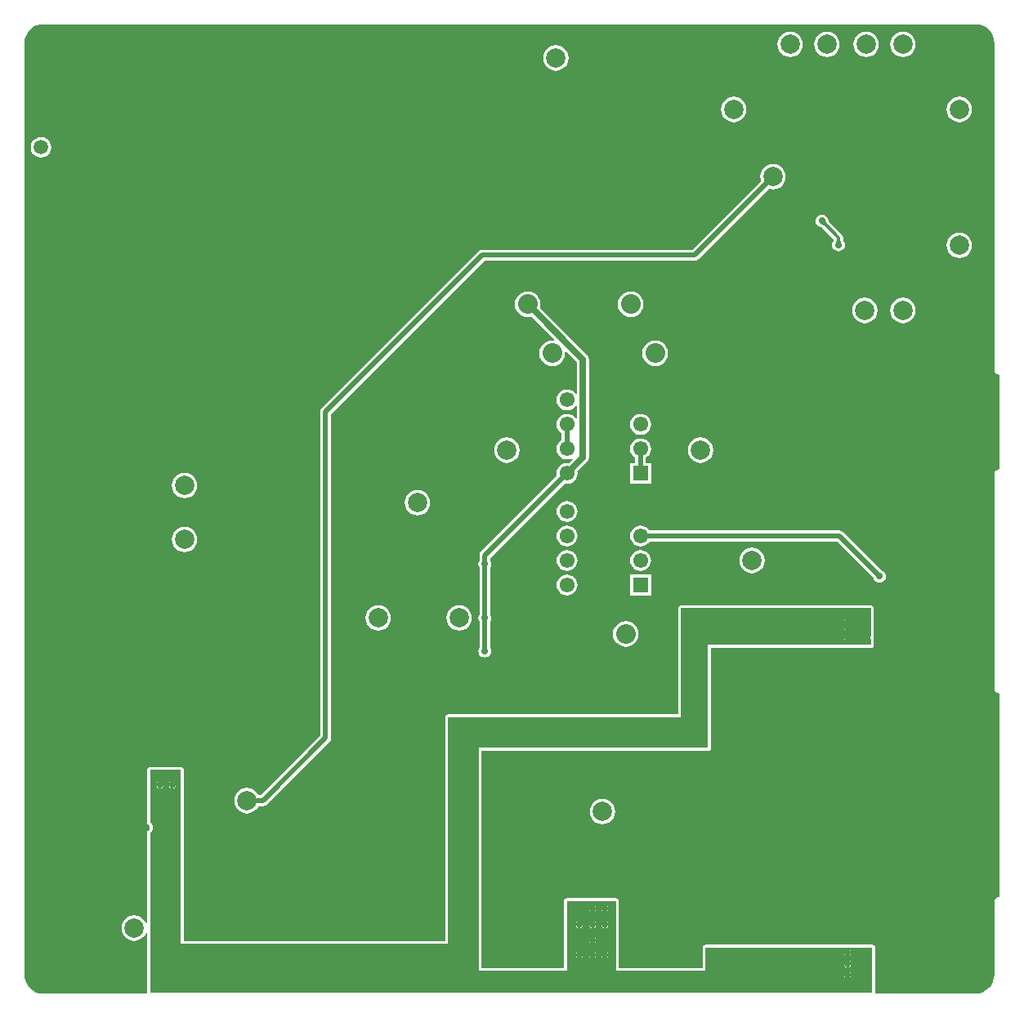
<source format=gbl>
%FSLAX23Y23*%
%MOIN*%
G70*
G01*
G75*
G04 Layer_Physical_Order=4*
G04 Layer_Color=16711680*
%ADD10C,0.010*%
%ADD11C,0.020*%
%ADD12C,0.015*%
%ADD13C,0.012*%
%ADD14R,0.017X0.070*%
%ADD15R,0.120X0.090*%
%ADD16R,0.060X0.060*%
G04:AMPARAMS|DCode=17|XSize=98mil|YSize=98mil|CornerRadius=10mil|HoleSize=0mil|Usage=FLASHONLY|Rotation=0.000|XOffset=0mil|YOffset=0mil|HoleType=Round|Shape=RoundedRectangle|*
%AMROUNDEDRECTD17*
21,1,0.098,0.079,0,0,0.0*
21,1,0.079,0.098,0,0,0.0*
1,1,0.020,0.039,-0.039*
1,1,0.020,-0.039,-0.039*
1,1,0.020,-0.039,0.039*
1,1,0.020,0.039,0.039*
%
%ADD17ROUNDEDRECTD17*%
G04:AMPARAMS|DCode=18|XSize=13mil|YSize=12mil|CornerRadius=3mil|HoleSize=0mil|Usage=FLASHONLY|Rotation=90.000|XOffset=0mil|YOffset=0mil|HoleType=Round|Shape=RoundedRectangle|*
%AMROUNDEDRECTD18*
21,1,0.013,0.006,0,0,90.0*
21,1,0.007,0.012,0,0,90.0*
1,1,0.006,0.003,0.003*
1,1,0.006,0.003,-0.003*
1,1,0.006,-0.003,-0.003*
1,1,0.006,-0.003,0.003*
%
%ADD18ROUNDEDRECTD18*%
%ADD19R,0.012X0.012*%
G04:AMPARAMS|DCode=20|XSize=12mil|YSize=13mil|CornerRadius=3mil|HoleSize=0mil|Usage=FLASHONLY|Rotation=180.000|XOffset=0mil|YOffset=0mil|HoleType=Round|Shape=RoundedRectangle|*
%AMROUNDEDRECTD20*
21,1,0.012,0.007,0,0,180.0*
21,1,0.006,0.013,0,0,180.0*
1,1,0.006,-0.003,0.003*
1,1,0.006,0.003,0.003*
1,1,0.006,0.003,-0.003*
1,1,0.006,-0.003,-0.003*
%
%ADD20ROUNDEDRECTD20*%
%ADD21R,0.012X0.013*%
%ADD22R,0.012X0.013*%
G04:AMPARAMS|DCode=23|XSize=16mil|YSize=40mil|CornerRadius=4mil|HoleSize=0mil|Usage=FLASHONLY|Rotation=270.000|XOffset=0mil|YOffset=0mil|HoleType=Round|Shape=RoundedRectangle|*
%AMROUNDEDRECTD23*
21,1,0.016,0.032,0,0,270.0*
21,1,0.008,0.040,0,0,270.0*
1,1,0.008,-0.016,-0.004*
1,1,0.008,-0.016,0.004*
1,1,0.008,0.016,0.004*
1,1,0.008,0.016,-0.004*
%
%ADD23ROUNDEDRECTD23*%
G04:AMPARAMS|DCode=24|XSize=59mil|YSize=157mil|CornerRadius=15mil|HoleSize=0mil|Usage=FLASHONLY|Rotation=0.000|XOffset=0mil|YOffset=0mil|HoleType=Round|Shape=RoundedRectangle|*
%AMROUNDEDRECTD24*
21,1,0.059,0.128,0,0,0.0*
21,1,0.030,0.157,0,0,0.0*
1,1,0.030,0.015,-0.064*
1,1,0.030,-0.015,-0.064*
1,1,0.030,-0.015,0.064*
1,1,0.030,0.015,0.064*
%
%ADD24ROUNDEDRECTD24*%
G04:AMPARAMS|DCode=25|XSize=421mil|YSize=339mil|CornerRadius=34mil|HoleSize=0mil|Usage=FLASHONLY|Rotation=0.000|XOffset=0mil|YOffset=0mil|HoleType=Round|Shape=RoundedRectangle|*
%AMROUNDEDRECTD25*
21,1,0.421,0.271,0,0,0.0*
21,1,0.354,0.339,0,0,0.0*
1,1,0.068,0.177,-0.135*
1,1,0.068,-0.177,-0.135*
1,1,0.068,-0.177,0.135*
1,1,0.068,0.177,0.135*
%
%ADD25ROUNDEDRECTD25*%
G04:AMPARAMS|DCode=26|XSize=31mil|YSize=51mil|CornerRadius=5mil|HoleSize=0mil|Usage=FLASHONLY|Rotation=90.000|XOffset=0mil|YOffset=0mil|HoleType=Round|Shape=RoundedRectangle|*
%AMROUNDEDRECTD26*
21,1,0.031,0.042,0,0,90.0*
21,1,0.022,0.051,0,0,90.0*
1,1,0.009,0.021,0.011*
1,1,0.009,0.021,-0.011*
1,1,0.009,-0.021,-0.011*
1,1,0.009,-0.021,0.011*
%
%ADD26ROUNDEDRECTD26*%
G04:AMPARAMS|DCode=27|XSize=31mil|YSize=51mil|CornerRadius=5mil|HoleSize=0mil|Usage=FLASHONLY|Rotation=180.000|XOffset=0mil|YOffset=0mil|HoleType=Round|Shape=RoundedRectangle|*
%AMROUNDEDRECTD27*
21,1,0.031,0.042,0,0,180.0*
21,1,0.022,0.051,0,0,180.0*
1,1,0.009,-0.011,0.021*
1,1,0.009,0.011,0.021*
1,1,0.009,0.011,-0.021*
1,1,0.009,-0.011,-0.021*
%
%ADD27ROUNDEDRECTD27*%
G04:AMPARAMS|DCode=28|XSize=28mil|YSize=51mil|CornerRadius=4mil|HoleSize=0mil|Usage=FLASHONLY|Rotation=90.000|XOffset=0mil|YOffset=0mil|HoleType=Round|Shape=RoundedRectangle|*
%AMROUNDEDRECTD28*
21,1,0.028,0.043,0,0,90.0*
21,1,0.019,0.051,0,0,90.0*
1,1,0.008,0.021,0.010*
1,1,0.008,0.021,-0.010*
1,1,0.008,-0.021,-0.010*
1,1,0.008,-0.021,0.010*
%
%ADD28ROUNDEDRECTD28*%
G04:AMPARAMS|DCode=29|XSize=24mil|YSize=24mil|CornerRadius=6mil|HoleSize=0mil|Usage=FLASHONLY|Rotation=45.000|XOffset=0mil|YOffset=0mil|HoleType=Round|Shape=RoundedRectangle|*
%AMROUNDEDRECTD29*
21,1,0.024,0.012,0,0,45.0*
21,1,0.012,0.024,0,0,45.0*
1,1,0.012,0.008,0.000*
1,1,0.012,0.000,-0.008*
1,1,0.012,-0.008,0.000*
1,1,0.012,0.000,0.008*
%
%ADD29ROUNDEDRECTD29*%
G04:AMPARAMS|DCode=30|XSize=24mil|YSize=24mil|CornerRadius=6mil|HoleSize=0mil|Usage=FLASHONLY|Rotation=90.000|XOffset=0mil|YOffset=0mil|HoleType=Round|Shape=RoundedRectangle|*
%AMROUNDEDRECTD30*
21,1,0.024,0.012,0,0,90.0*
21,1,0.012,0.024,0,0,90.0*
1,1,0.012,0.006,0.006*
1,1,0.012,0.006,-0.006*
1,1,0.012,-0.006,-0.006*
1,1,0.012,-0.006,0.006*
%
%ADD30ROUNDEDRECTD30*%
G04:AMPARAMS|DCode=31|XSize=24mil|YSize=24mil|CornerRadius=6mil|HoleSize=0mil|Usage=FLASHONLY|Rotation=135.000|XOffset=0mil|YOffset=0mil|HoleType=Round|Shape=RoundedRectangle|*
%AMROUNDEDRECTD31*
21,1,0.024,0.012,0,0,135.0*
21,1,0.012,0.024,0,0,135.0*
1,1,0.012,0.000,0.008*
1,1,0.012,0.008,0.000*
1,1,0.012,0.000,-0.008*
1,1,0.012,-0.008,0.000*
%
%ADD31ROUNDEDRECTD31*%
G04:AMPARAMS|DCode=32|XSize=32mil|YSize=28mil|CornerRadius=3mil|HoleSize=0mil|Usage=FLASHONLY|Rotation=180.000|XOffset=0mil|YOffset=0mil|HoleType=Round|Shape=RoundedRectangle|*
%AMROUNDEDRECTD32*
21,1,0.032,0.021,0,0,180.0*
21,1,0.025,0.028,0,0,180.0*
1,1,0.007,-0.012,0.010*
1,1,0.007,0.012,0.010*
1,1,0.007,0.012,-0.010*
1,1,0.007,-0.012,-0.010*
%
%ADD32ROUNDEDRECTD32*%
G04:AMPARAMS|DCode=33|XSize=12mil|YSize=26mil|CornerRadius=1mil|HoleSize=0mil|Usage=FLASHONLY|Rotation=90.000|XOffset=0mil|YOffset=0mil|HoleType=Round|Shape=RoundedRectangle|*
%AMROUNDEDRECTD33*
21,1,0.012,0.023,0,0,90.0*
21,1,0.009,0.026,0,0,90.0*
1,1,0.003,0.012,0.004*
1,1,0.003,0.012,-0.004*
1,1,0.003,-0.012,-0.004*
1,1,0.003,-0.012,0.004*
%
%ADD33ROUNDEDRECTD33*%
%ADD34R,0.106X0.051*%
%ADD35R,0.051X0.106*%
G04:AMPARAMS|DCode=36|XSize=35mil|YSize=35mil|CornerRadius=5mil|HoleSize=0mil|Usage=FLASHONLY|Rotation=0.000|XOffset=0mil|YOffset=0mil|HoleType=Round|Shape=RoundedRectangle|*
%AMROUNDEDRECTD36*
21,1,0.035,0.025,0,0,0.0*
21,1,0.025,0.035,0,0,0.0*
1,1,0.011,0.012,-0.012*
1,1,0.011,-0.012,-0.012*
1,1,0.011,-0.012,0.012*
1,1,0.011,0.012,0.012*
%
%ADD36ROUNDEDRECTD36*%
G04:AMPARAMS|DCode=37|XSize=114mil|YSize=213mil|CornerRadius=29mil|HoleSize=0mil|Usage=FLASHONLY|Rotation=90.000|XOffset=0mil|YOffset=0mil|HoleType=Round|Shape=RoundedRectangle|*
%AMROUNDEDRECTD37*
21,1,0.114,0.156,0,0,90.0*
21,1,0.057,0.213,0,0,90.0*
1,1,0.057,0.078,0.029*
1,1,0.057,0.078,-0.029*
1,1,0.057,-0.078,-0.029*
1,1,0.057,-0.078,0.029*
%
%ADD37ROUNDEDRECTD37*%
G04:AMPARAMS|DCode=38|XSize=28mil|YSize=51mil|CornerRadius=4mil|HoleSize=0mil|Usage=FLASHONLY|Rotation=0.000|XOffset=0mil|YOffset=0mil|HoleType=Round|Shape=RoundedRectangle|*
%AMROUNDEDRECTD38*
21,1,0.028,0.043,0,0,0.0*
21,1,0.019,0.051,0,0,0.0*
1,1,0.008,0.010,-0.021*
1,1,0.008,-0.010,-0.021*
1,1,0.008,-0.010,0.021*
1,1,0.008,0.010,0.021*
%
%ADD38ROUNDEDRECTD38*%
G04:AMPARAMS|DCode=39|XSize=24mil|YSize=24mil|CornerRadius=5mil|HoleSize=0mil|Usage=FLASHONLY|Rotation=270.000|XOffset=0mil|YOffset=0mil|HoleType=Round|Shape=RoundedRectangle|*
%AMROUNDEDRECTD39*
21,1,0.024,0.014,0,0,270.0*
21,1,0.014,0.024,0,0,270.0*
1,1,0.009,-0.007,-0.007*
1,1,0.009,-0.007,0.007*
1,1,0.009,0.007,0.007*
1,1,0.009,0.007,-0.007*
%
%ADD39ROUNDEDRECTD39*%
%ADD40R,0.315X0.017*%
%ADD41R,0.157X0.118*%
G04:AMPARAMS|DCode=42|XSize=24mil|YSize=24mil|CornerRadius=5mil|HoleSize=0mil|Usage=FLASHONLY|Rotation=0.000|XOffset=0mil|YOffset=0mil|HoleType=Round|Shape=RoundedRectangle|*
%AMROUNDEDRECTD42*
21,1,0.024,0.014,0,0,0.0*
21,1,0.014,0.024,0,0,0.0*
1,1,0.009,0.007,-0.007*
1,1,0.009,-0.007,-0.007*
1,1,0.009,-0.007,0.007*
1,1,0.009,0.007,0.007*
%
%ADD42ROUNDEDRECTD42*%
G04:AMPARAMS|DCode=43|XSize=35mil|YSize=35mil|CornerRadius=5mil|HoleSize=0mil|Usage=FLASHONLY|Rotation=270.000|XOffset=0mil|YOffset=0mil|HoleType=Round|Shape=RoundedRectangle|*
%AMROUNDEDRECTD43*
21,1,0.035,0.025,0,0,270.0*
21,1,0.025,0.035,0,0,270.0*
1,1,0.011,-0.012,-0.012*
1,1,0.011,-0.012,0.012*
1,1,0.011,0.012,0.012*
1,1,0.011,0.012,-0.012*
%
%ADD43ROUNDEDRECTD43*%
G04:AMPARAMS|DCode=44|XSize=47mil|YSize=47mil|CornerRadius=12mil|HoleSize=0mil|Usage=FLASHONLY|Rotation=180.000|XOffset=0mil|YOffset=0mil|HoleType=Round|Shape=RoundedRectangle|*
%AMROUNDEDRECTD44*
21,1,0.047,0.024,0,0,180.0*
21,1,0.024,0.047,0,0,180.0*
1,1,0.024,-0.012,0.012*
1,1,0.024,0.012,0.012*
1,1,0.024,0.012,-0.012*
1,1,0.024,-0.012,-0.012*
%
%ADD44ROUNDEDRECTD44*%
G04:AMPARAMS|DCode=45|XSize=47mil|YSize=47mil|CornerRadius=7mil|HoleSize=0mil|Usage=FLASHONLY|Rotation=270.000|XOffset=0mil|YOffset=0mil|HoleType=Round|Shape=RoundedRectangle|*
%AMROUNDEDRECTD45*
21,1,0.047,0.033,0,0,270.0*
21,1,0.033,0.047,0,0,270.0*
1,1,0.014,-0.017,-0.017*
1,1,0.014,-0.017,0.017*
1,1,0.014,0.017,0.017*
1,1,0.014,0.017,-0.017*
%
%ADD45ROUNDEDRECTD45*%
G04:AMPARAMS|DCode=46|XSize=47mil|YSize=47mil|CornerRadius=7mil|HoleSize=0mil|Usage=FLASHONLY|Rotation=180.000|XOffset=0mil|YOffset=0mil|HoleType=Round|Shape=RoundedRectangle|*
%AMROUNDEDRECTD46*
21,1,0.047,0.033,0,0,180.0*
21,1,0.033,0.047,0,0,180.0*
1,1,0.014,-0.017,0.017*
1,1,0.014,0.017,0.017*
1,1,0.014,0.017,-0.017*
1,1,0.014,-0.017,-0.017*
%
%ADD46ROUNDEDRECTD46*%
G04:AMPARAMS|DCode=47|XSize=47mil|YSize=47mil|CornerRadius=12mil|HoleSize=0mil|Usage=FLASHONLY|Rotation=90.000|XOffset=0mil|YOffset=0mil|HoleType=Round|Shape=RoundedRectangle|*
%AMROUNDEDRECTD47*
21,1,0.047,0.024,0,0,90.0*
21,1,0.024,0.047,0,0,90.0*
1,1,0.024,0.012,0.012*
1,1,0.024,0.012,-0.012*
1,1,0.024,-0.012,-0.012*
1,1,0.024,-0.012,0.012*
%
%ADD47ROUNDEDRECTD47*%
%ADD48R,0.110X0.085*%
G04:AMPARAMS|DCode=49|XSize=24mil|YSize=24mil|CornerRadius=6mil|HoleSize=0mil|Usage=FLASHONLY|Rotation=180.000|XOffset=0mil|YOffset=0mil|HoleType=Round|Shape=RoundedRectangle|*
%AMROUNDEDRECTD49*
21,1,0.024,0.012,0,0,180.0*
21,1,0.012,0.024,0,0,180.0*
1,1,0.012,-0.006,0.006*
1,1,0.012,0.006,0.006*
1,1,0.012,0.006,-0.006*
1,1,0.012,-0.006,-0.006*
%
%ADD49ROUNDEDRECTD49*%
G04:AMPARAMS|DCode=50|XSize=51mil|YSize=59mil|CornerRadius=8mil|HoleSize=0mil|Usage=FLASHONLY|Rotation=270.000|XOffset=0mil|YOffset=0mil|HoleType=Round|Shape=RoundedRectangle|*
%AMROUNDEDRECTD50*
21,1,0.051,0.044,0,0,270.0*
21,1,0.036,0.059,0,0,270.0*
1,1,0.015,-0.022,-0.018*
1,1,0.015,-0.022,0.018*
1,1,0.015,0.022,0.018*
1,1,0.015,0.022,-0.018*
%
%ADD50ROUNDEDRECTD50*%
G04:AMPARAMS|DCode=51|XSize=51mil|YSize=47mil|CornerRadius=7mil|HoleSize=0mil|Usage=FLASHONLY|Rotation=90.000|XOffset=0mil|YOffset=0mil|HoleType=Round|Shape=RoundedRectangle|*
%AMROUNDEDRECTD51*
21,1,0.051,0.033,0,0,90.0*
21,1,0.037,0.047,0,0,90.0*
1,1,0.014,0.017,0.019*
1,1,0.014,0.017,-0.019*
1,1,0.014,-0.017,-0.019*
1,1,0.014,-0.017,0.019*
%
%ADD51ROUNDEDRECTD51*%
G04:AMPARAMS|DCode=52|XSize=51mil|YSize=59mil|CornerRadius=8mil|HoleSize=0mil|Usage=FLASHONLY|Rotation=180.000|XOffset=0mil|YOffset=0mil|HoleType=Round|Shape=RoundedRectangle|*
%AMROUNDEDRECTD52*
21,1,0.051,0.044,0,0,180.0*
21,1,0.036,0.059,0,0,180.0*
1,1,0.015,-0.018,0.022*
1,1,0.015,0.018,0.022*
1,1,0.015,0.018,-0.022*
1,1,0.015,-0.018,-0.022*
%
%ADD52ROUNDEDRECTD52*%
G04:AMPARAMS|DCode=53|XSize=106mil|YSize=67mil|CornerRadius=10mil|HoleSize=0mil|Usage=FLASHONLY|Rotation=270.000|XOffset=0mil|YOffset=0mil|HoleType=Round|Shape=RoundedRectangle|*
%AMROUNDEDRECTD53*
21,1,0.106,0.047,0,0,270.0*
21,1,0.086,0.067,0,0,270.0*
1,1,0.020,-0.023,-0.043*
1,1,0.020,-0.023,0.043*
1,1,0.020,0.023,0.043*
1,1,0.020,0.023,-0.043*
%
%ADD53ROUNDEDRECTD53*%
G04:AMPARAMS|DCode=54|XSize=98mil|YSize=138mil|CornerRadius=25mil|HoleSize=0mil|Usage=FLASHONLY|Rotation=180.000|XOffset=0mil|YOffset=0mil|HoleType=Round|Shape=RoundedRectangle|*
%AMROUNDEDRECTD54*
21,1,0.098,0.089,0,0,180.0*
21,1,0.049,0.138,0,0,180.0*
1,1,0.049,-0.025,0.044*
1,1,0.049,0.025,0.044*
1,1,0.049,0.025,-0.044*
1,1,0.049,-0.025,-0.044*
%
%ADD54ROUNDEDRECTD54*%
%ADD55C,0.025*%
%ADD56C,0.017*%
%ADD57C,0.079*%
%ADD58R,0.061X0.061*%
%ADD59C,0.061*%
%ADD60C,0.014*%
%ADD61C,0.080*%
%ADD62C,0.059*%
%ADD63R,0.059X0.059*%
%ADD64C,0.028*%
%ADD65C,0.030*%
%ADD66C,0.016*%
G36*
X4475Y2483D02*
X4475Y2482D01*
X4474Y2475D01*
X4475Y2468D01*
X4475Y2467D01*
Y2445D01*
X3810D01*
Y2025D01*
X2875D01*
Y1225D01*
Y1115D01*
X3235D01*
Y1400D01*
X3435D01*
Y1115D01*
X3800D01*
Y1210D01*
X4378D01*
X4378Y1209D01*
X4382D01*
X4382Y1210D01*
X4480D01*
Y1025D01*
X1535D01*
Y1679D01*
X1539Y1681D01*
X1543Y1687D01*
X1545Y1693D01*
X1546Y1700D01*
X1545Y1707D01*
X1543Y1713D01*
X1539Y1719D01*
X1535Y1721D01*
Y1935D01*
X1660D01*
Y1225D01*
X2750D01*
Y2150D01*
X3700D01*
Y2595D01*
X4475D01*
Y2483D01*
D02*
G37*
G36*
X4915Y4976D02*
X4930Y4972D01*
X4943Y4965D01*
X4955Y4955D01*
X4965Y4943D01*
X4972Y4930D01*
X4976Y4915D01*
X4978Y4901D01*
X4978Y4900D01*
Y3570D01*
X4979Y3561D01*
X4984Y3554D01*
X4991Y3549D01*
X5000Y3548D01*
X5000Y3547D01*
X5000Y3163D01*
X5000Y3162D01*
X4991Y3161D01*
X4984Y3156D01*
X4979Y3149D01*
X4978Y3140D01*
Y2270D01*
X4979Y2261D01*
X4984Y2254D01*
X4991Y2249D01*
X5000Y2248D01*
X5000Y2247D01*
X5000Y1418D01*
X5000Y1417D01*
X4991Y1416D01*
X4984Y1411D01*
X4979Y1404D01*
X4978Y1395D01*
Y1175D01*
Y1100D01*
X4978Y1099D01*
X4976Y1085D01*
X4972Y1070D01*
X4965Y1057D01*
X4955Y1045D01*
X4943Y1035D01*
X4930Y1028D01*
X4915Y1024D01*
X4901Y1022D01*
X4900Y1022D01*
X4494D01*
X4492Y1025D01*
Y1210D01*
X4491Y1215D01*
X4489Y1219D01*
X4485Y1221D01*
X4480Y1222D01*
X4382D01*
X4380Y1222D01*
X4380Y1222D01*
X4380Y1222D01*
X4378Y1222D01*
X3800D01*
X3795Y1221D01*
X3791Y1219D01*
X3789Y1215D01*
X3788Y1210D01*
Y1127D01*
X3447D01*
Y1400D01*
X3446Y1405D01*
X3444Y1409D01*
X3440Y1411D01*
X3435Y1412D01*
X3235D01*
X3230Y1411D01*
X3226Y1409D01*
X3224Y1405D01*
X3223Y1400D01*
Y1127D01*
X2887D01*
Y1225D01*
Y2013D01*
X3810D01*
X3815Y2014D01*
X3819Y2016D01*
X3821Y2020D01*
X3822Y2025D01*
Y2433D01*
X4475D01*
X4480Y2434D01*
X4484Y2436D01*
X4486Y2440D01*
X4487Y2445D01*
Y2467D01*
Y2467D01*
D01*
X4487Y2468D01*
X4487Y2470D01*
X4487Y2470D01*
X4486Y2475D01*
X4487Y2480D01*
X4487Y2480D01*
X4487Y2482D01*
X4487Y2483D01*
D01*
Y2483D01*
Y2595D01*
X4486Y2600D01*
X4484Y2604D01*
X4480Y2606D01*
X4475Y2607D01*
X3700D01*
X3695Y2606D01*
X3691Y2604D01*
X3689Y2600D01*
X3688Y2595D01*
Y2162D01*
X2750D01*
X2745Y2161D01*
X2741Y2159D01*
X2739Y2155D01*
X2738Y2150D01*
Y1237D01*
X1672D01*
Y1935D01*
X1671Y1940D01*
X1669Y1944D01*
X1665Y1946D01*
X1660Y1947D01*
X1535D01*
X1530Y1946D01*
X1526Y1944D01*
X1524Y1940D01*
X1523Y1935D01*
Y1721D01*
X1523Y1720D01*
X1523Y1720D01*
X1523Y1718D01*
X1524Y1717D01*
X1524Y1716D01*
X1524Y1715D01*
X1525Y1714D01*
X1526Y1713D01*
X1527Y1712D01*
X1528Y1712D01*
X1530Y1710D01*
X1532Y1707D01*
X1533Y1704D01*
X1534Y1700D01*
X1533Y1696D01*
X1532Y1693D01*
X1530Y1690D01*
X1528Y1688D01*
X1527Y1688D01*
X1526Y1687D01*
X1525Y1686D01*
X1524Y1685D01*
X1524Y1684D01*
X1524Y1683D01*
X1523Y1682D01*
X1523Y1680D01*
X1523Y1680D01*
X1523Y1679D01*
Y1310D01*
X1518Y1309D01*
X1515Y1316D01*
X1507Y1327D01*
X1496Y1335D01*
X1483Y1340D01*
X1470Y1342D01*
X1457Y1340D01*
X1444Y1335D01*
X1433Y1327D01*
X1425Y1316D01*
X1420Y1303D01*
X1418Y1290D01*
X1420Y1277D01*
X1425Y1264D01*
X1433Y1253D01*
X1444Y1245D01*
X1457Y1240D01*
X1470Y1238D01*
X1483Y1240D01*
X1496Y1245D01*
X1507Y1253D01*
X1515Y1264D01*
X1518Y1271D01*
X1523Y1270D01*
Y1025D01*
X1521Y1022D01*
X1100D01*
X1099Y1022D01*
X1085Y1024D01*
X1070Y1028D01*
X1057Y1035D01*
X1045Y1045D01*
X1035Y1057D01*
X1028Y1070D01*
X1024Y1085D01*
X1022Y1099D01*
X1022Y1100D01*
Y4500D01*
Y4900D01*
X1022Y4901D01*
X1024Y4915D01*
X1028Y4930D01*
X1035Y4943D01*
X1045Y4955D01*
X1057Y4965D01*
X1070Y4972D01*
X1085Y4976D01*
X1099Y4978D01*
X1100Y4978D01*
X4900D01*
X4901Y4978D01*
X4915Y4976D01*
D02*
G37*
%LPC*%
G36*
X3280Y1319D02*
X3279Y1319D01*
X3274Y1316D01*
X3271Y1311D01*
X3271Y1310D01*
X3280D01*
Y1319D01*
D02*
G37*
G36*
X3404Y1300D02*
X3395D01*
Y1291D01*
X3396Y1291D01*
X3401Y1294D01*
X3404Y1299D01*
X3404Y1300D01*
D02*
G37*
G36*
X3385D02*
X3376D01*
X3376Y1299D01*
X3379Y1294D01*
X3384Y1291D01*
X3385Y1291D01*
Y1300D01*
D02*
G37*
G36*
X3345Y1319D02*
Y1310D01*
X3354D01*
X3354Y1311D01*
X3351Y1316D01*
X3346Y1319D01*
X3345Y1319D01*
D02*
G37*
G36*
X3335D02*
X3334Y1319D01*
X3329Y1316D01*
X3326Y1311D01*
X3326Y1310D01*
X3335D01*
Y1319D01*
D02*
G37*
G36*
X3290D02*
Y1310D01*
X3299D01*
X3299Y1311D01*
X3296Y1316D01*
X3291Y1319D01*
X3290Y1319D01*
D02*
G37*
G36*
X3280Y1300D02*
X3271D01*
X3271Y1299D01*
X3274Y1294D01*
X3279Y1291D01*
X3280Y1291D01*
Y1300D01*
D02*
G37*
G36*
X3345Y1254D02*
Y1245D01*
X3354D01*
X3354Y1246D01*
X3351Y1251D01*
X3346Y1254D01*
X3345Y1254D01*
D02*
G37*
G36*
X3335D02*
X3334Y1254D01*
X3329Y1251D01*
X3326Y1246D01*
X3326Y1245D01*
X3335D01*
Y1254D01*
D02*
G37*
G36*
X3354Y1300D02*
X3345D01*
Y1291D01*
X3346Y1291D01*
X3351Y1294D01*
X3354Y1299D01*
X3354Y1300D01*
D02*
G37*
G36*
X3335D02*
X3326D01*
X3326Y1299D01*
X3329Y1294D01*
X3334Y1291D01*
X3335Y1291D01*
Y1300D01*
D02*
G37*
G36*
X3299D02*
X3290D01*
Y1291D01*
X3291Y1291D01*
X3296Y1294D01*
X3299Y1299D01*
X3299Y1300D01*
D02*
G37*
G36*
X3395Y1384D02*
Y1375D01*
X3404D01*
X3404Y1376D01*
X3401Y1381D01*
X3396Y1384D01*
X3395Y1384D01*
D02*
G37*
G36*
X3385D02*
X3384Y1384D01*
X3379Y1381D01*
X3376Y1376D01*
X3376Y1375D01*
X3385D01*
Y1384D01*
D02*
G37*
G36*
X3345D02*
Y1375D01*
X3354D01*
X3354Y1376D01*
X3351Y1381D01*
X3346Y1384D01*
X3345Y1384D01*
D02*
G37*
G36*
X1589Y1870D02*
X1580D01*
Y1861D01*
X1581Y1861D01*
X1586Y1864D01*
X1589Y1869D01*
X1589Y1870D01*
D02*
G37*
G36*
X1570D02*
X1561D01*
X1561Y1869D01*
X1564Y1864D01*
X1569Y1861D01*
X1570Y1861D01*
Y1870D01*
D02*
G37*
G36*
X3380Y1817D02*
X3367Y1815D01*
X3354Y1810D01*
X3343Y1802D01*
X3335Y1791D01*
X3330Y1778D01*
X3328Y1765D01*
X3330Y1752D01*
X3335Y1739D01*
X3343Y1728D01*
X3354Y1720D01*
X3367Y1715D01*
X3380Y1713D01*
X3393Y1715D01*
X3406Y1720D01*
X3417Y1728D01*
X3425Y1739D01*
X3430Y1752D01*
X3432Y1765D01*
X3430Y1778D01*
X3425Y1791D01*
X3417Y1802D01*
X3406Y1810D01*
X3393Y1815D01*
X3380Y1817D01*
D02*
G37*
G36*
X3335Y1384D02*
X3334Y1384D01*
X3329Y1381D01*
X3326Y1376D01*
X3326Y1375D01*
X3335D01*
Y1384D01*
D02*
G37*
G36*
Y1365D02*
X3326D01*
X3326Y1364D01*
X3329Y1359D01*
X3334Y1356D01*
X3335Y1356D01*
Y1365D01*
D02*
G37*
G36*
X3395Y1319D02*
Y1310D01*
X3404D01*
X3404Y1311D01*
X3401Y1316D01*
X3396Y1319D01*
X3395Y1319D01*
D02*
G37*
G36*
X3385D02*
X3384Y1319D01*
X3379Y1316D01*
X3376Y1311D01*
X3376Y1310D01*
X3385D01*
Y1319D01*
D02*
G37*
G36*
X3404Y1365D02*
X3395D01*
Y1356D01*
X3396Y1356D01*
X3401Y1359D01*
X3404Y1364D01*
X3404Y1365D01*
D02*
G37*
G36*
X3385D02*
X3376D01*
X3376Y1364D01*
X3379Y1359D01*
X3384Y1356D01*
X3385Y1356D01*
Y1365D01*
D02*
G37*
G36*
X3354D02*
X3345D01*
Y1356D01*
X3346Y1356D01*
X3351Y1359D01*
X3354Y1364D01*
X3354Y1365D01*
D02*
G37*
G36*
Y1235D02*
X3345D01*
Y1226D01*
X3346Y1226D01*
X3351Y1229D01*
X3354Y1234D01*
X3354Y1235D01*
D02*
G37*
G36*
X3280Y1175D02*
X3271D01*
X3271Y1174D01*
X3274Y1169D01*
X3279Y1166D01*
X3280Y1166D01*
Y1175D01*
D02*
G37*
G36*
X4385Y1159D02*
Y1150D01*
X4394D01*
X4394Y1151D01*
X4391Y1156D01*
X4386Y1159D01*
X4385Y1159D01*
D02*
G37*
G36*
X4375D02*
X4374Y1159D01*
X4369Y1156D01*
X4366Y1151D01*
X4366Y1150D01*
X4375D01*
Y1159D01*
D02*
G37*
G36*
X3354Y1175D02*
X3345D01*
Y1166D01*
X3346Y1166D01*
X3351Y1169D01*
X3354Y1174D01*
X3354Y1175D01*
D02*
G37*
G36*
X3335D02*
X3326D01*
X3326Y1174D01*
X3329Y1169D01*
X3334Y1166D01*
X3335Y1166D01*
Y1175D01*
D02*
G37*
G36*
X3299D02*
X3290D01*
Y1166D01*
X3291Y1166D01*
X3296Y1169D01*
X3299Y1174D01*
X3299Y1175D01*
D02*
G37*
G36*
X4375Y1114D02*
X4374Y1114D01*
X4369Y1111D01*
X4366Y1106D01*
X4366Y1105D01*
X4375D01*
Y1114D01*
D02*
G37*
G36*
X4394Y1095D02*
X4385D01*
Y1086D01*
X4386Y1086D01*
X4391Y1089D01*
X4394Y1094D01*
X4394Y1095D01*
D02*
G37*
G36*
X4375D02*
X4366D01*
X4366Y1094D01*
X4369Y1089D01*
X4374Y1086D01*
X4375Y1086D01*
Y1095D01*
D02*
G37*
G36*
X4394Y1140D02*
X4385D01*
Y1131D01*
X4386Y1131D01*
X4391Y1134D01*
X4394Y1139D01*
X4394Y1140D01*
D02*
G37*
G36*
X4375D02*
X4366D01*
X4366Y1139D01*
X4369Y1134D01*
X4374Y1131D01*
X4375Y1131D01*
Y1140D01*
D02*
G37*
G36*
X4385Y1114D02*
Y1105D01*
X4394D01*
X4394Y1106D01*
X4391Y1111D01*
X4386Y1114D01*
X4385Y1114D01*
D02*
G37*
G36*
X3385Y1175D02*
X3376D01*
X3376Y1174D01*
X3379Y1169D01*
X3384Y1166D01*
X3385Y1166D01*
Y1175D01*
D02*
G37*
G36*
X3395Y1194D02*
Y1185D01*
X3404D01*
X3404Y1186D01*
X3401Y1191D01*
X3396Y1194D01*
X3395Y1194D01*
D02*
G37*
G36*
X3385D02*
X3384Y1194D01*
X3379Y1191D01*
X3376Y1186D01*
X3376Y1185D01*
X3385D01*
Y1194D01*
D02*
G37*
G36*
X3345D02*
Y1185D01*
X3354D01*
X3354Y1186D01*
X3351Y1191D01*
X3346Y1194D01*
X3345Y1194D01*
D02*
G37*
G36*
X3335Y1235D02*
X3326D01*
X3326Y1234D01*
X3329Y1229D01*
X3334Y1226D01*
X3335Y1226D01*
Y1235D01*
D02*
G37*
G36*
X4385Y1204D02*
Y1195D01*
X4394D01*
X4394Y1196D01*
X4391Y1201D01*
X4386Y1204D01*
X4385Y1204D01*
D02*
G37*
G36*
X4375D02*
X4374Y1204D01*
X4369Y1201D01*
X4366Y1196D01*
X4366Y1195D01*
X4375D01*
Y1204D01*
D02*
G37*
G36*
X4394Y1185D02*
X4385D01*
Y1176D01*
X4386Y1176D01*
X4391Y1179D01*
X4394Y1184D01*
X4394Y1185D01*
D02*
G37*
G36*
X4375D02*
X4366D01*
X4366Y1184D01*
X4369Y1179D01*
X4374Y1176D01*
X4375Y1176D01*
Y1185D01*
D02*
G37*
G36*
X3404Y1175D02*
X3395D01*
Y1166D01*
X3396Y1166D01*
X3401Y1169D01*
X3404Y1174D01*
X3404Y1175D01*
D02*
G37*
G36*
X3335Y1194D02*
X3334Y1194D01*
X3329Y1191D01*
X3326Y1186D01*
X3326Y1185D01*
X3335D01*
Y1194D01*
D02*
G37*
G36*
X3290D02*
Y1185D01*
X3299D01*
X3299Y1186D01*
X3296Y1191D01*
X3291Y1194D01*
X3290Y1194D01*
D02*
G37*
G36*
X3280D02*
X3279Y1194D01*
X3274Y1191D01*
X3271Y1186D01*
X3271Y1185D01*
X3280D01*
Y1194D01*
D02*
G37*
G36*
X3535Y3388D02*
X3524Y3386D01*
X3514Y3382D01*
X3505Y3375D01*
X3498Y3366D01*
X3494Y3356D01*
X3492Y3345D01*
X3494Y3334D01*
X3498Y3324D01*
X3505Y3315D01*
X3514Y3308D01*
X3524Y3304D01*
X3535Y3302D01*
X3546Y3304D01*
X3556Y3308D01*
X3565Y3315D01*
X3572Y3324D01*
X3576Y3334D01*
X3578Y3345D01*
X3576Y3356D01*
X3572Y3366D01*
X3565Y3375D01*
X3556Y3382D01*
X3546Y3386D01*
X3535Y3388D01*
D02*
G37*
G36*
X3780Y3292D02*
X3767Y3290D01*
X3754Y3285D01*
X3743Y3277D01*
X3735Y3266D01*
X3730Y3253D01*
X3728Y3240D01*
X3730Y3227D01*
X3735Y3214D01*
X3743Y3203D01*
X3754Y3195D01*
X3767Y3190D01*
X3780Y3188D01*
X3793Y3190D01*
X3806Y3195D01*
X3817Y3203D01*
X3825Y3214D01*
X3830Y3227D01*
X3832Y3240D01*
X3830Y3253D01*
X3825Y3266D01*
X3817Y3277D01*
X3806Y3285D01*
X3793Y3290D01*
X3780Y3292D01*
D02*
G37*
G36*
X2990D02*
X2977Y3290D01*
X2964Y3285D01*
X2953Y3277D01*
X2945Y3266D01*
X2940Y3253D01*
X2938Y3240D01*
X2940Y3227D01*
X2945Y3214D01*
X2953Y3203D01*
X2964Y3195D01*
X2977Y3190D01*
X2990Y3188D01*
X3003Y3190D01*
X3016Y3195D01*
X3027Y3203D01*
X3035Y3214D01*
X3040Y3227D01*
X3042Y3240D01*
X3040Y3253D01*
X3035Y3266D01*
X3027Y3277D01*
X3016Y3285D01*
X3003Y3290D01*
X2990Y3292D01*
D02*
G37*
G36*
X4450Y3862D02*
X4437Y3860D01*
X4424Y3855D01*
X4413Y3847D01*
X4405Y3836D01*
X4400Y3823D01*
X4398Y3810D01*
X4400Y3797D01*
X4405Y3784D01*
X4413Y3773D01*
X4424Y3765D01*
X4437Y3760D01*
X4450Y3758D01*
X4463Y3760D01*
X4476Y3765D01*
X4487Y3773D01*
X4495Y3784D01*
X4500Y3797D01*
X4502Y3810D01*
X4500Y3823D01*
X4495Y3836D01*
X4487Y3847D01*
X4476Y3855D01*
X4463Y3860D01*
X4450Y3862D01*
D02*
G37*
G36*
X3075Y3887D02*
X3061Y3886D01*
X3049Y3880D01*
X3038Y3872D01*
X3030Y3861D01*
X3024Y3849D01*
X3023Y3835D01*
X3024Y3821D01*
X3030Y3809D01*
X3038Y3798D01*
X3049Y3790D01*
X3061Y3784D01*
X3075Y3783D01*
X3089Y3784D01*
X3090Y3785D01*
X3184Y3691D01*
X3181Y3687D01*
X3175Y3687D01*
X3161Y3686D01*
X3149Y3680D01*
X3138Y3672D01*
X3130Y3661D01*
X3124Y3649D01*
X3123Y3635D01*
X3124Y3621D01*
X3130Y3609D01*
X3138Y3598D01*
X3149Y3590D01*
X3161Y3584D01*
X3175Y3583D01*
X3189Y3584D01*
X3201Y3590D01*
X3212Y3598D01*
X3220Y3609D01*
X3226Y3621D01*
X3227Y3635D01*
X3227Y3641D01*
X3231Y3644D01*
X3275Y3600D01*
Y3470D01*
X3270Y3469D01*
X3265Y3475D01*
X3256Y3482D01*
X3246Y3486D01*
X3235Y3488D01*
X3224Y3486D01*
X3214Y3482D01*
X3205Y3475D01*
X3198Y3466D01*
X3194Y3456D01*
X3192Y3445D01*
X3194Y3434D01*
X3198Y3424D01*
X3205Y3415D01*
X3214Y3408D01*
X3224Y3404D01*
X3235Y3402D01*
X3246Y3404D01*
X3256Y3408D01*
X3265Y3415D01*
X3270Y3421D01*
X3275Y3420D01*
Y3370D01*
X3270Y3369D01*
X3265Y3375D01*
X3256Y3382D01*
X3246Y3386D01*
X3235Y3388D01*
X3224Y3386D01*
X3214Y3382D01*
X3205Y3375D01*
X3198Y3366D01*
X3194Y3356D01*
X3192Y3345D01*
X3194Y3334D01*
X3198Y3324D01*
X3205Y3315D01*
X3213Y3309D01*
Y3281D01*
X3205Y3275D01*
X3198Y3266D01*
X3194Y3256D01*
X3192Y3245D01*
X3194Y3234D01*
X3198Y3224D01*
X3205Y3215D01*
X3214Y3208D01*
X3224Y3204D01*
X3235Y3202D01*
X3246Y3204D01*
X3255Y3207D01*
X3258Y3203D01*
X3242Y3187D01*
X3235Y3188D01*
X3224Y3186D01*
X3214Y3182D01*
X3205Y3175D01*
X3198Y3166D01*
X3194Y3156D01*
X3192Y3145D01*
X3193Y3135D01*
X2884Y2826D01*
X2879Y2819D01*
X2878Y2810D01*
Y2788D01*
X2877Y2788D01*
X2875Y2782D01*
X2874Y2775D01*
X2875Y2768D01*
X2877Y2762D01*
X2878Y2762D01*
Y2568D01*
X2877Y2568D01*
X2875Y2562D01*
X2874Y2555D01*
X2875Y2548D01*
X2877Y2542D01*
X2878Y2542D01*
Y2433D01*
X2877Y2433D01*
X2875Y2427D01*
X2874Y2420D01*
X2875Y2413D01*
X2877Y2407D01*
X2881Y2401D01*
X2887Y2397D01*
X2893Y2395D01*
X2900Y2394D01*
X2907Y2395D01*
X2913Y2397D01*
X2919Y2401D01*
X2923Y2407D01*
X2925Y2413D01*
X2926Y2420D01*
X2925Y2427D01*
X2923Y2433D01*
X2922Y2433D01*
Y2542D01*
X2923Y2542D01*
X2925Y2548D01*
X2926Y2555D01*
X2925Y2562D01*
X2923Y2568D01*
X2922Y2568D01*
Y2762D01*
X2923Y2762D01*
X2925Y2768D01*
X2926Y2775D01*
X2925Y2782D01*
X2923Y2788D01*
X2922Y2788D01*
Y2801D01*
X3225Y3103D01*
X3235Y3102D01*
X3246Y3104D01*
X3256Y3108D01*
X3265Y3115D01*
X3272Y3124D01*
X3276Y3134D01*
X3278Y3145D01*
X3277Y3152D01*
X3318Y3192D01*
X3323Y3200D01*
X3325Y3210D01*
Y3610D01*
X3323Y3620D01*
X3318Y3628D01*
X3125Y3820D01*
X3126Y3821D01*
X3127Y3835D01*
X3126Y3849D01*
X3120Y3861D01*
X3112Y3872D01*
X3101Y3880D01*
X3089Y3886D01*
X3075Y3887D01*
D02*
G37*
G36*
X3595Y3687D02*
X3581Y3686D01*
X3569Y3680D01*
X3558Y3672D01*
X3550Y3661D01*
X3544Y3649D01*
X3543Y3635D01*
X3544Y3621D01*
X3550Y3609D01*
X3558Y3598D01*
X3569Y3590D01*
X3581Y3584D01*
X3595Y3583D01*
X3609Y3584D01*
X3621Y3590D01*
X3632Y3598D01*
X3640Y3609D01*
X3646Y3621D01*
X3647Y3635D01*
X3646Y3649D01*
X3640Y3661D01*
X3632Y3672D01*
X3621Y3680D01*
X3609Y3686D01*
X3595Y3687D01*
D02*
G37*
G36*
X3535Y3288D02*
X3524Y3286D01*
X3514Y3282D01*
X3505Y3275D01*
X3498Y3266D01*
X3494Y3256D01*
X3492Y3245D01*
X3494Y3234D01*
X3498Y3224D01*
X3505Y3215D01*
X3513Y3209D01*
Y3188D01*
X3492D01*
Y3102D01*
X3578D01*
Y3188D01*
X3557D01*
Y3209D01*
X3565Y3215D01*
X3572Y3224D01*
X3576Y3234D01*
X3578Y3245D01*
X3576Y3256D01*
X3572Y3266D01*
X3565Y3275D01*
X3556Y3282D01*
X3546Y3286D01*
X3535Y3288D01*
D02*
G37*
G36*
X3235Y2933D02*
X3224Y2931D01*
X3214Y2927D01*
X3205Y2920D01*
X3198Y2911D01*
X3194Y2901D01*
X3192Y2890D01*
X3194Y2879D01*
X3198Y2869D01*
X3205Y2860D01*
X3214Y2853D01*
X3224Y2849D01*
X3235Y2847D01*
X3246Y2849D01*
X3256Y2853D01*
X3265Y2860D01*
X3272Y2869D01*
X3276Y2879D01*
X3278Y2890D01*
X3276Y2901D01*
X3272Y2911D01*
X3265Y2920D01*
X3256Y2927D01*
X3246Y2931D01*
X3235Y2933D01*
D02*
G37*
G36*
X1675Y2927D02*
X1662Y2925D01*
X1649Y2920D01*
X1638Y2912D01*
X1630Y2901D01*
X1625Y2888D01*
X1623Y2875D01*
X1625Y2862D01*
X1630Y2849D01*
X1638Y2838D01*
X1649Y2830D01*
X1662Y2825D01*
X1675Y2823D01*
X1688Y2825D01*
X1701Y2830D01*
X1712Y2838D01*
X1720Y2849D01*
X1725Y2862D01*
X1727Y2875D01*
X1725Y2888D01*
X1720Y2901D01*
X1712Y2912D01*
X1701Y2920D01*
X1688Y2925D01*
X1675Y2927D01*
D02*
G37*
G36*
X3535Y2833D02*
X3524Y2831D01*
X3514Y2827D01*
X3505Y2820D01*
X3498Y2811D01*
X3494Y2801D01*
X3492Y2790D01*
X3494Y2779D01*
X3498Y2769D01*
X3505Y2760D01*
X3514Y2753D01*
X3524Y2749D01*
X3535Y2747D01*
X3546Y2749D01*
X3556Y2753D01*
X3565Y2760D01*
X3572Y2769D01*
X3576Y2779D01*
X3578Y2790D01*
X3576Y2801D01*
X3572Y2811D01*
X3565Y2820D01*
X3556Y2827D01*
X3546Y2831D01*
X3535Y2833D01*
D02*
G37*
G36*
X1675Y3147D02*
X1662Y3145D01*
X1649Y3140D01*
X1638Y3132D01*
X1630Y3121D01*
X1625Y3108D01*
X1623Y3095D01*
X1625Y3082D01*
X1630Y3069D01*
X1638Y3058D01*
X1649Y3050D01*
X1662Y3045D01*
X1675Y3043D01*
X1688Y3045D01*
X1701Y3050D01*
X1712Y3058D01*
X1720Y3069D01*
X1725Y3082D01*
X1727Y3095D01*
X1725Y3108D01*
X1720Y3121D01*
X1712Y3132D01*
X1701Y3140D01*
X1688Y3145D01*
X1675Y3147D01*
D02*
G37*
G36*
X2625Y3077D02*
X2612Y3075D01*
X2599Y3070D01*
X2588Y3062D01*
X2580Y3051D01*
X2575Y3038D01*
X2573Y3025D01*
X2575Y3012D01*
X2580Y2999D01*
X2588Y2988D01*
X2599Y2980D01*
X2612Y2975D01*
X2625Y2973D01*
X2638Y2975D01*
X2651Y2980D01*
X2662Y2988D01*
X2670Y2999D01*
X2675Y3012D01*
X2677Y3025D01*
X2675Y3038D01*
X2670Y3051D01*
X2662Y3062D01*
X2651Y3070D01*
X2638Y3075D01*
X2625Y3077D01*
D02*
G37*
G36*
X3235Y3033D02*
X3224Y3031D01*
X3214Y3027D01*
X3205Y3020D01*
X3198Y3011D01*
X3194Y3001D01*
X3192Y2990D01*
X3194Y2979D01*
X3198Y2969D01*
X3205Y2960D01*
X3214Y2953D01*
X3224Y2949D01*
X3235Y2947D01*
X3246Y2949D01*
X3256Y2953D01*
X3265Y2960D01*
X3272Y2969D01*
X3276Y2979D01*
X3278Y2990D01*
X3276Y3001D01*
X3272Y3011D01*
X3265Y3020D01*
X3256Y3027D01*
X3246Y3031D01*
X3235Y3033D01*
D02*
G37*
G36*
X4145Y4947D02*
X4132Y4945D01*
X4119Y4940D01*
X4108Y4932D01*
X4100Y4921D01*
X4095Y4908D01*
X4093Y4895D01*
X4095Y4882D01*
X4100Y4869D01*
X4108Y4858D01*
X4119Y4850D01*
X4132Y4845D01*
X4145Y4843D01*
X4158Y4845D01*
X4171Y4850D01*
X4182Y4858D01*
X4190Y4869D01*
X4195Y4882D01*
X4197Y4895D01*
X4195Y4908D01*
X4190Y4921D01*
X4182Y4932D01*
X4171Y4940D01*
X4158Y4945D01*
X4145Y4947D01*
D02*
G37*
G36*
X3190Y4892D02*
X3177Y4890D01*
X3164Y4885D01*
X3153Y4877D01*
X3145Y4866D01*
X3140Y4853D01*
X3138Y4840D01*
X3140Y4827D01*
X3145Y4814D01*
X3153Y4803D01*
X3164Y4795D01*
X3177Y4790D01*
X3190Y4788D01*
X3203Y4790D01*
X3216Y4795D01*
X3227Y4803D01*
X3235Y4814D01*
X3240Y4827D01*
X3242Y4840D01*
X3240Y4853D01*
X3235Y4866D01*
X3227Y4877D01*
X3216Y4885D01*
X3203Y4890D01*
X3190Y4892D01*
D02*
G37*
G36*
X4835Y4682D02*
X4822Y4680D01*
X4809Y4675D01*
X4798Y4667D01*
X4790Y4656D01*
X4785Y4643D01*
X4783Y4630D01*
X4785Y4617D01*
X4790Y4604D01*
X4798Y4593D01*
X4809Y4585D01*
X4822Y4580D01*
X4835Y4578D01*
X4848Y4580D01*
X4861Y4585D01*
X4872Y4593D01*
X4880Y4604D01*
X4885Y4617D01*
X4887Y4630D01*
X4885Y4643D01*
X4880Y4656D01*
X4872Y4667D01*
X4861Y4675D01*
X4848Y4680D01*
X4835Y4682D01*
D02*
G37*
G36*
X4605Y4947D02*
X4592Y4945D01*
X4579Y4940D01*
X4568Y4932D01*
X4560Y4921D01*
X4555Y4908D01*
X4553Y4895D01*
X4555Y4882D01*
X4560Y4869D01*
X4568Y4858D01*
X4579Y4850D01*
X4592Y4845D01*
X4605Y4843D01*
X4618Y4845D01*
X4631Y4850D01*
X4642Y4858D01*
X4650Y4869D01*
X4655Y4882D01*
X4657Y4895D01*
X4655Y4908D01*
X4650Y4921D01*
X4642Y4932D01*
X4631Y4940D01*
X4618Y4945D01*
X4605Y4947D01*
D02*
G37*
G36*
X4455D02*
X4442Y4945D01*
X4429Y4940D01*
X4418Y4932D01*
X4410Y4921D01*
X4405Y4908D01*
X4403Y4895D01*
X4405Y4882D01*
X4410Y4869D01*
X4418Y4858D01*
X4429Y4850D01*
X4442Y4845D01*
X4455Y4843D01*
X4468Y4845D01*
X4481Y4850D01*
X4492Y4858D01*
X4500Y4869D01*
X4505Y4882D01*
X4507Y4895D01*
X4505Y4908D01*
X4500Y4921D01*
X4492Y4932D01*
X4481Y4940D01*
X4468Y4945D01*
X4455Y4947D01*
D02*
G37*
G36*
X4295D02*
X4282Y4945D01*
X4269Y4940D01*
X4258Y4932D01*
X4250Y4921D01*
X4245Y4908D01*
X4243Y4895D01*
X4245Y4882D01*
X4250Y4869D01*
X4258Y4858D01*
X4269Y4850D01*
X4282Y4845D01*
X4295Y4843D01*
X4308Y4845D01*
X4321Y4850D01*
X4332Y4858D01*
X4340Y4869D01*
X4345Y4882D01*
X4347Y4895D01*
X4345Y4908D01*
X4340Y4921D01*
X4332Y4932D01*
X4321Y4940D01*
X4308Y4945D01*
X4295Y4947D01*
D02*
G37*
G36*
X3915Y4682D02*
X3902Y4680D01*
X3889Y4675D01*
X3878Y4667D01*
X3870Y4656D01*
X3865Y4643D01*
X3863Y4630D01*
X3865Y4617D01*
X3870Y4604D01*
X3878Y4593D01*
X3889Y4585D01*
X3902Y4580D01*
X3915Y4578D01*
X3928Y4580D01*
X3941Y4585D01*
X3952Y4593D01*
X3960Y4604D01*
X3965Y4617D01*
X3967Y4630D01*
X3965Y4643D01*
X3960Y4656D01*
X3952Y4667D01*
X3941Y4675D01*
X3928Y4680D01*
X3915Y4682D01*
D02*
G37*
G36*
X4835Y4127D02*
X4822Y4125D01*
X4809Y4120D01*
X4798Y4112D01*
X4790Y4101D01*
X4785Y4088D01*
X4783Y4075D01*
X4785Y4062D01*
X4790Y4049D01*
X4798Y4038D01*
X4809Y4030D01*
X4822Y4025D01*
X4835Y4023D01*
X4848Y4025D01*
X4861Y4030D01*
X4872Y4038D01*
X4880Y4049D01*
X4885Y4062D01*
X4887Y4075D01*
X4885Y4088D01*
X4880Y4101D01*
X4872Y4112D01*
X4861Y4120D01*
X4848Y4125D01*
X4835Y4127D01*
D02*
G37*
G36*
X3495Y3887D02*
X3481Y3886D01*
X3469Y3880D01*
X3458Y3872D01*
X3450Y3861D01*
X3444Y3849D01*
X3443Y3835D01*
X3444Y3821D01*
X3450Y3809D01*
X3458Y3798D01*
X3469Y3790D01*
X3481Y3784D01*
X3495Y3783D01*
X3509Y3784D01*
X3521Y3790D01*
X3532Y3798D01*
X3540Y3809D01*
X3546Y3821D01*
X3547Y3835D01*
X3546Y3849D01*
X3540Y3861D01*
X3532Y3872D01*
X3521Y3880D01*
X3509Y3886D01*
X3495Y3887D01*
D02*
G37*
G36*
X4605Y3862D02*
X4592Y3860D01*
X4579Y3855D01*
X4568Y3847D01*
X4560Y3836D01*
X4555Y3823D01*
X4553Y3810D01*
X4555Y3797D01*
X4560Y3784D01*
X4568Y3773D01*
X4579Y3765D01*
X4592Y3760D01*
X4605Y3758D01*
X4618Y3760D01*
X4631Y3765D01*
X4642Y3773D01*
X4650Y3784D01*
X4655Y3797D01*
X4657Y3810D01*
X4655Y3823D01*
X4650Y3836D01*
X4642Y3847D01*
X4631Y3855D01*
X4618Y3860D01*
X4605Y3862D01*
D02*
G37*
G36*
X1090Y4517D02*
X1079Y4515D01*
X1069Y4511D01*
X1060Y4505D01*
X1054Y4496D01*
X1050Y4486D01*
X1048Y4475D01*
X1050Y4464D01*
X1054Y4454D01*
X1060Y4445D01*
X1069Y4439D01*
X1079Y4435D01*
X1090Y4433D01*
X1101Y4435D01*
X1111Y4439D01*
X1120Y4445D01*
X1126Y4454D01*
X1130Y4464D01*
X1132Y4475D01*
X1130Y4486D01*
X1126Y4496D01*
X1120Y4505D01*
X1111Y4511D01*
X1101Y4515D01*
X1090Y4517D01*
D02*
G37*
G36*
X4075Y4407D02*
X4062Y4405D01*
X4049Y4400D01*
X4038Y4392D01*
X4030Y4381D01*
X4025Y4368D01*
X4023Y4355D01*
X4025Y4342D01*
X4026Y4338D01*
X3746Y4057D01*
X2890D01*
X2881Y4056D01*
X2874Y4051D01*
X2234Y3411D01*
X2229Y3404D01*
X2228Y3395D01*
Y2074D01*
X1986Y1832D01*
X1976D01*
X1975Y1836D01*
X1967Y1847D01*
X1956Y1855D01*
X1943Y1860D01*
X1930Y1862D01*
X1917Y1860D01*
X1904Y1855D01*
X1893Y1847D01*
X1885Y1836D01*
X1880Y1823D01*
X1878Y1810D01*
X1880Y1797D01*
X1885Y1784D01*
X1893Y1773D01*
X1904Y1765D01*
X1917Y1760D01*
X1930Y1758D01*
X1943Y1760D01*
X1956Y1765D01*
X1967Y1773D01*
X1975Y1784D01*
X1976Y1788D01*
X1995D01*
X2004Y1789D01*
X2011Y1794D01*
X2266Y2049D01*
X2271Y2056D01*
X2272Y2065D01*
Y3386D01*
X2899Y4013D01*
X3755D01*
X3764Y4014D01*
X3771Y4019D01*
X4058Y4306D01*
X4062Y4305D01*
X4075Y4303D01*
X4088Y4305D01*
X4101Y4310D01*
X4112Y4318D01*
X4120Y4329D01*
X4125Y4342D01*
X4127Y4355D01*
X4125Y4368D01*
X4120Y4381D01*
X4112Y4392D01*
X4101Y4400D01*
X4088Y4405D01*
X4075Y4407D01*
D02*
G37*
G36*
X4275Y4201D02*
X4268Y4200D01*
X4262Y4198D01*
X4256Y4194D01*
X4252Y4188D01*
X4250Y4182D01*
X4249Y4175D01*
X4250Y4168D01*
X4252Y4162D01*
X4256Y4156D01*
X4262Y4152D01*
X4268Y4150D01*
X4273Y4149D01*
X4275Y4149D01*
X4275Y4149D01*
X4275D01*
D01*
X4276Y4148D01*
D01*
D01*
D01*
Y4148D01*
X4276Y4148D01*
X4324Y4100D01*
Y4097D01*
X4324Y4097D01*
X4324D01*
X4324Y4096D01*
X4324Y4096D01*
X4324D01*
X4324Y4096D01*
X4323Y4094D01*
X4320Y4091D01*
X4317Y4084D01*
X4316Y4077D01*
X4317Y4071D01*
X4320Y4064D01*
X4324Y4059D01*
X4329Y4055D01*
X4336Y4052D01*
X4342Y4051D01*
X4349Y4052D01*
X4356Y4055D01*
X4361Y4059D01*
X4365Y4064D01*
X4368Y4071D01*
X4369Y4077D01*
X4368Y4084D01*
X4365Y4091D01*
X4362Y4094D01*
X4361Y4096D01*
X4361Y4096D01*
X4361Y4097D01*
X4361Y4097D01*
X4361D01*
D01*
D01*
Y4097D01*
X4361Y4108D01*
Y4108D01*
X4360Y4113D01*
X4359Y4115D01*
X4355Y4121D01*
X4302Y4174D01*
D01*
Y4174D01*
X4302Y4174D01*
X4302Y4174D01*
D01*
Y4174D01*
Y4174D01*
D01*
D01*
Y4174D01*
D01*
D01*
D01*
D01*
X4302Y4175D01*
X4301Y4175D01*
X4301D01*
X4301Y4175D01*
D01*
X4301D01*
X4301D01*
X4301Y4175D01*
X4301D01*
X4301Y4177D01*
X4300Y4182D01*
X4298Y4188D01*
X4294Y4194D01*
X4288Y4198D01*
X4282Y4200D01*
X4275Y4201D01*
D02*
G37*
G36*
X4370Y2493D02*
X4370Y2493D01*
X4365Y2490D01*
X4362Y2485D01*
X4362Y2485D01*
X4370D01*
Y2493D01*
D02*
G37*
G36*
X4388Y2475D02*
X4380D01*
Y2467D01*
X4380Y2467D01*
X4385Y2470D01*
X4388Y2475D01*
X4388Y2475D01*
D02*
G37*
G36*
X4370D02*
X4362D01*
X4362Y2475D01*
X4365Y2470D01*
X4370Y2467D01*
X4370Y2467D01*
Y2475D01*
D02*
G37*
G36*
X2795Y2607D02*
X2782Y2605D01*
X2769Y2600D01*
X2758Y2592D01*
X2750Y2581D01*
X2745Y2568D01*
X2743Y2555D01*
X2745Y2542D01*
X2750Y2529D01*
X2758Y2518D01*
X2769Y2510D01*
X2782Y2505D01*
X2795Y2503D01*
X2808Y2505D01*
X2821Y2510D01*
X2832Y2518D01*
X2840Y2529D01*
X2845Y2542D01*
X2847Y2555D01*
X2845Y2568D01*
X2840Y2581D01*
X2832Y2592D01*
X2821Y2600D01*
X2808Y2605D01*
X2795Y2607D01*
D02*
G37*
G36*
X2465D02*
X2452Y2605D01*
X2439Y2600D01*
X2428Y2592D01*
X2420Y2581D01*
X2415Y2568D01*
X2413Y2555D01*
X2415Y2542D01*
X2420Y2529D01*
X2428Y2518D01*
X2439Y2510D01*
X2452Y2505D01*
X2465Y2503D01*
X2478Y2505D01*
X2491Y2510D01*
X2502Y2518D01*
X2510Y2529D01*
X2515Y2542D01*
X2517Y2555D01*
X2515Y2568D01*
X2510Y2581D01*
X2502Y2592D01*
X2491Y2600D01*
X2478Y2605D01*
X2465Y2607D01*
D02*
G37*
G36*
X4380Y2493D02*
Y2485D01*
X4388D01*
X4388Y2485D01*
X4385Y2490D01*
X4380Y2493D01*
X4380Y2493D01*
D02*
G37*
G36*
X3475Y2542D02*
X3461Y2541D01*
X3449Y2535D01*
X3438Y2527D01*
X3430Y2516D01*
X3424Y2504D01*
X3423Y2490D01*
X3424Y2476D01*
X3430Y2464D01*
X3438Y2453D01*
X3449Y2445D01*
X3461Y2439D01*
X3475Y2438D01*
X3489Y2439D01*
X3501Y2445D01*
X3512Y2453D01*
X3520Y2464D01*
X3526Y2476D01*
X3527Y2490D01*
X3526Y2504D01*
X3520Y2516D01*
X3512Y2527D01*
X3501Y2535D01*
X3489Y2541D01*
X3475Y2542D01*
D02*
G37*
G36*
X1570Y1889D02*
X1569Y1889D01*
X1564Y1886D01*
X1561Y1881D01*
X1561Y1880D01*
X1570D01*
Y1889D01*
D02*
G37*
G36*
X1639Y1870D02*
X1630D01*
Y1861D01*
X1631Y1861D01*
X1636Y1864D01*
X1639Y1869D01*
X1639Y1870D01*
D02*
G37*
G36*
X1620D02*
X1611D01*
X1611Y1869D01*
X1614Y1864D01*
X1619Y1861D01*
X1620Y1861D01*
Y1870D01*
D02*
G37*
G36*
X1630Y1889D02*
Y1880D01*
X1639D01*
X1639Y1881D01*
X1636Y1886D01*
X1631Y1889D01*
X1630Y1889D01*
D02*
G37*
G36*
X1620D02*
X1619Y1889D01*
X1614Y1886D01*
X1611Y1881D01*
X1611Y1880D01*
X1620D01*
Y1889D01*
D02*
G37*
G36*
X1580D02*
Y1880D01*
X1589D01*
X1589Y1881D01*
X1586Y1886D01*
X1581Y1889D01*
X1580Y1889D01*
D02*
G37*
G36*
X3578Y2733D02*
X3492D01*
Y2647D01*
X3578D01*
Y2733D01*
D02*
G37*
G36*
X3235Y2733D02*
X3224Y2731D01*
X3214Y2727D01*
X3205Y2720D01*
X3198Y2711D01*
X3194Y2701D01*
X3192Y2690D01*
X3194Y2679D01*
X3198Y2669D01*
X3205Y2660D01*
X3214Y2653D01*
X3224Y2649D01*
X3235Y2647D01*
X3246Y2649D01*
X3256Y2653D01*
X3265Y2660D01*
X3272Y2669D01*
X3276Y2679D01*
X3278Y2690D01*
X3276Y2701D01*
X3272Y2711D01*
X3265Y2720D01*
X3256Y2727D01*
X3246Y2731D01*
X3235Y2733D01*
D02*
G37*
G36*
X4380Y2573D02*
Y2565D01*
X4388D01*
X4388Y2565D01*
X4385Y2570D01*
X4380Y2573D01*
X4380Y2573D01*
D02*
G37*
G36*
X3235Y2833D02*
X3224Y2831D01*
X3214Y2827D01*
X3205Y2820D01*
X3198Y2811D01*
X3194Y2801D01*
X3192Y2790D01*
X3194Y2779D01*
X3198Y2769D01*
X3205Y2760D01*
X3214Y2753D01*
X3224Y2749D01*
X3235Y2747D01*
X3246Y2749D01*
X3256Y2753D01*
X3265Y2760D01*
X3272Y2769D01*
X3276Y2779D01*
X3278Y2790D01*
X3276Y2801D01*
X3272Y2811D01*
X3265Y2820D01*
X3256Y2827D01*
X3246Y2831D01*
X3235Y2833D01*
D02*
G37*
G36*
X3990Y2842D02*
X3977Y2840D01*
X3964Y2835D01*
X3953Y2827D01*
X3945Y2816D01*
X3940Y2803D01*
X3938Y2790D01*
X3940Y2777D01*
X3945Y2764D01*
X3953Y2753D01*
X3964Y2745D01*
X3977Y2740D01*
X3990Y2738D01*
X4003Y2740D01*
X4016Y2745D01*
X4027Y2753D01*
X4035Y2764D01*
X4040Y2777D01*
X4042Y2790D01*
X4040Y2803D01*
X4035Y2816D01*
X4027Y2827D01*
X4016Y2835D01*
X4003Y2840D01*
X3990Y2842D01*
D02*
G37*
G36*
X3535Y2933D02*
X3524Y2931D01*
X3514Y2927D01*
X3505Y2920D01*
X3498Y2911D01*
X3494Y2901D01*
X3492Y2890D01*
X3494Y2879D01*
X3498Y2869D01*
X3505Y2860D01*
X3514Y2853D01*
X3524Y2849D01*
X3535Y2847D01*
X3546Y2849D01*
X3556Y2853D01*
X3565Y2860D01*
X3571Y2868D01*
X4336D01*
X4485Y2719D01*
X4485Y2718D01*
X4487Y2712D01*
X4491Y2706D01*
X4497Y2702D01*
X4503Y2700D01*
X4510Y2699D01*
X4517Y2700D01*
X4523Y2702D01*
X4529Y2706D01*
X4533Y2712D01*
X4535Y2718D01*
X4536Y2725D01*
X4535Y2732D01*
X4533Y2738D01*
X4529Y2744D01*
X4523Y2748D01*
X4517Y2750D01*
X4516Y2750D01*
X4361Y2906D01*
X4354Y2911D01*
X4345Y2912D01*
X3571D01*
X3565Y2920D01*
X3556Y2927D01*
X3546Y2931D01*
X3535Y2933D01*
D02*
G37*
G36*
X4370Y2573D02*
X4370Y2573D01*
X4365Y2570D01*
X4362Y2565D01*
X4362Y2565D01*
X4370D01*
Y2573D01*
D02*
G37*
G36*
Y2533D02*
X4370Y2533D01*
X4365Y2530D01*
X4362Y2525D01*
X4362Y2525D01*
X4370D01*
Y2533D01*
D02*
G37*
G36*
X4388Y2515D02*
X4380D01*
Y2507D01*
X4380Y2507D01*
X4385Y2510D01*
X4388Y2515D01*
X4388Y2515D01*
D02*
G37*
G36*
X4370D02*
X4362D01*
X4362Y2515D01*
X4365Y2510D01*
X4370Y2507D01*
X4370Y2507D01*
Y2515D01*
D02*
G37*
G36*
X4388Y2555D02*
X4380D01*
Y2547D01*
X4380Y2547D01*
X4385Y2550D01*
X4388Y2555D01*
X4388Y2555D01*
D02*
G37*
G36*
X4370D02*
X4362D01*
X4362Y2555D01*
X4365Y2550D01*
X4370Y2547D01*
X4370Y2547D01*
Y2555D01*
D02*
G37*
G36*
X4380Y2533D02*
Y2525D01*
X4388D01*
X4388Y2525D01*
X4385Y2530D01*
X4380Y2533D01*
X4380Y2533D01*
D02*
G37*
%LPD*%
D11*
X2250Y2065D02*
Y3395D01*
X3535Y3145D02*
Y3245D01*
X3235D02*
Y3345D01*
X3535Y2890D02*
X4345D01*
X4510Y2725D01*
X2900Y2555D02*
Y2775D01*
Y2420D02*
Y2555D01*
Y2775D02*
Y2810D01*
X3235Y3145D01*
X1995Y1810D02*
X2250Y2065D01*
Y3395D02*
X2890Y4035D01*
X3755D01*
X4075Y4355D01*
X1930Y1810D02*
X1995D01*
D13*
X4289Y4161D02*
G03*
X4275Y4167I-14J-14D01*
G01*
X4283Y4175D02*
G03*
X4289Y4161I19J0D01*
G01*
X4342Y4097D02*
G03*
X4348Y4083I19J0D01*
G01*
X4337D02*
G03*
X4342Y4097I-14J14D01*
G01*
Y4077D02*
Y4108D01*
X4275Y4175D02*
X4342Y4108D01*
D41*
X4916Y3217D02*
D03*
Y3493D02*
D03*
Y1472D02*
D03*
Y1748D02*
D03*
Y1917D02*
D03*
Y2193D02*
D03*
D55*
X3235Y3145D02*
X3300Y3210D01*
Y3610D01*
X3075Y3835D02*
X3300Y3610D01*
D57*
X3990Y2790D02*
D03*
X3190Y4840D02*
D03*
X3915Y4630D02*
D03*
X4145Y4895D02*
D03*
X4295D02*
D03*
X4835Y4630D02*
D03*
X4605Y4895D02*
D03*
X4455D02*
D03*
X4835Y4075D02*
D03*
X4605Y3810D02*
D03*
X4450D02*
D03*
X2625Y3025D02*
D03*
X2795Y2555D02*
D03*
X2465D02*
D03*
X2990Y3240D02*
D03*
X3780D02*
D03*
X2940Y4840D02*
D03*
X1995Y3095D02*
D03*
Y2875D02*
D03*
X1720Y1290D02*
D03*
X3915Y4355D02*
D03*
X1675Y3095D02*
D03*
Y2875D02*
D03*
X3380Y1765D02*
D03*
X1470Y1290D02*
D03*
X1930Y1810D02*
D03*
X4075Y4355D02*
D03*
D58*
X3535Y3145D02*
D03*
Y2690D02*
D03*
D59*
Y3245D02*
D03*
Y3345D02*
D03*
Y3445D02*
D03*
X3235D02*
D03*
Y3345D02*
D03*
Y3245D02*
D03*
Y3145D02*
D03*
X3535Y2790D02*
D03*
Y2890D02*
D03*
Y2990D02*
D03*
X3235D02*
D03*
Y2890D02*
D03*
Y2790D02*
D03*
Y2690D02*
D03*
D60*
X4250Y1535D02*
D03*
X4280D02*
D03*
X4310D02*
D03*
X4340D02*
D03*
X4235Y1505D02*
D03*
X4265D02*
D03*
X4295D02*
D03*
X4325D02*
D03*
X4355D02*
D03*
X4340Y1473D02*
D03*
X4310Y1475D02*
D03*
X4280D02*
D03*
X4250D02*
D03*
X4340Y1685D02*
D03*
X4310D02*
D03*
X4280D02*
D03*
X4250D02*
D03*
X4235Y1715D02*
D03*
X4265D02*
D03*
X4295D02*
D03*
X4325D02*
D03*
X4355D02*
D03*
X4340Y1745D02*
D03*
X4310D02*
D03*
X4280D02*
D03*
X4250D02*
D03*
Y1980D02*
D03*
X4280D02*
D03*
X4310D02*
D03*
X4340D02*
D03*
X4235Y1950D02*
D03*
X4265D02*
D03*
X4295D02*
D03*
X4325D02*
D03*
X4355D02*
D03*
X4340Y1918D02*
D03*
X4310Y1920D02*
D03*
X4280D02*
D03*
X4250D02*
D03*
X4340Y2130D02*
D03*
X4310D02*
D03*
X4280D02*
D03*
X4250D02*
D03*
X4235Y2160D02*
D03*
X4265D02*
D03*
X4295D02*
D03*
X4325D02*
D03*
X4355D02*
D03*
X4340Y2190D02*
D03*
X4310D02*
D03*
X4280D02*
D03*
X4250D02*
D03*
D61*
X3495Y3835D02*
D03*
X3595Y3635D02*
D03*
X3695Y3835D02*
D03*
X3075D02*
D03*
X3175Y3635D02*
D03*
X3275Y3835D02*
D03*
X3475Y2490D02*
D03*
X3275Y2390D02*
D03*
X3475Y2290D02*
D03*
X3835Y1840D02*
D03*
D62*
X1090Y4475D02*
D03*
D63*
Y4375D02*
D03*
D64*
X4950Y1200D02*
D03*
Y1350D02*
D03*
X4800D02*
D03*
X4875Y1275D02*
D03*
Y1125D02*
D03*
X4800Y1200D02*
D03*
X4725Y1125D02*
D03*
Y1275D02*
D03*
X4650Y1200D02*
D03*
X4575Y1275D02*
D03*
X4650Y1350D02*
D03*
X4500D02*
D03*
X4100Y2250D02*
D03*
X4385Y2125D02*
D03*
Y2175D02*
D03*
X4325Y2250D02*
D03*
X4250D02*
D03*
X4175D02*
D03*
Y2175D02*
D03*
X3960Y2040D02*
D03*
X3885D02*
D03*
X3985Y1990D02*
D03*
Y1940D02*
D03*
Y1890D02*
D03*
X3935Y1990D02*
D03*
X3885D02*
D03*
X3835D02*
D03*
X3785D02*
D03*
X3585Y1965D02*
D03*
X3510D02*
D03*
Y1890D02*
D03*
X3585D02*
D03*
X3660Y1815D02*
D03*
X3585D02*
D03*
X3510D02*
D03*
Y1740D02*
D03*
X3585D02*
D03*
X3660D02*
D03*
X3735Y1640D02*
D03*
X3685Y1415D02*
D03*
X3760Y1340D02*
D03*
X3835Y1415D02*
D03*
X3910Y1340D02*
D03*
X4050Y1355D02*
D03*
Y1500D02*
D03*
X4295Y2095D02*
D03*
Y2015D02*
D03*
Y2055D02*
D03*
Y1570D02*
D03*
Y1650D02*
D03*
Y1610D02*
D03*
X4125Y1425D02*
D03*
Y1275D02*
D03*
X4275D02*
D03*
X4350Y1350D02*
D03*
X4200D02*
D03*
X4275Y1425D02*
D03*
X4200Y1500D02*
D03*
X4350Y1425D02*
D03*
X4200D02*
D03*
X3975Y1575D02*
D03*
X4125Y1500D02*
D03*
X4050Y1430D02*
D03*
X4350Y1275D02*
D03*
X4275Y1350D02*
D03*
X4200Y1275D02*
D03*
X4125Y1350D02*
D03*
X4050Y1280D02*
D03*
X3835Y1340D02*
D03*
X3725Y1525D02*
D03*
X3685Y1475D02*
D03*
Y1340D02*
D03*
X3390Y1470D02*
D03*
X3510Y1365D02*
D03*
X3185Y1790D02*
D03*
X3035D02*
D03*
X3550Y2525D02*
D03*
X3775Y4400D02*
D03*
X3625Y4100D02*
D03*
X3700Y4175D02*
D03*
X3850Y4325D02*
D03*
X3775Y4250D02*
D03*
X3625D02*
D03*
X3700Y4325D02*
D03*
X4250Y4525D02*
D03*
X3925Y4550D02*
D03*
X3775D02*
D03*
X3925Y4700D02*
D03*
X4000Y4775D02*
D03*
X4075Y4850D02*
D03*
X4000Y4925D02*
D03*
X3925Y4850D02*
D03*
X3850Y4925D02*
D03*
X3775Y4850D02*
D03*
X3850Y4775D02*
D03*
X3775Y4700D02*
D03*
X3700Y4775D02*
D03*
Y4925D02*
D03*
X3625Y4850D02*
D03*
X3225Y4925D02*
D03*
X3400D02*
D03*
X3475Y4850D02*
D03*
X3550Y4925D02*
D03*
Y4775D02*
D03*
X3625Y4700D02*
D03*
X3700Y4625D02*
D03*
Y4475D02*
D03*
X3625Y4400D02*
D03*
Y4550D02*
D03*
X3550Y4625D02*
D03*
Y4475D02*
D03*
Y4325D02*
D03*
X3475Y4250D02*
D03*
Y4100D02*
D03*
X3325D02*
D03*
Y3950D02*
D03*
X3175D02*
D03*
Y4100D02*
D03*
X3025D02*
D03*
X2875D02*
D03*
X2800Y4025D02*
D03*
X2725Y4100D02*
D03*
X2650Y4025D02*
D03*
X3025Y3950D02*
D03*
X2950Y3875D02*
D03*
X2875Y3950D02*
D03*
X2800Y3875D02*
D03*
X2725Y3950D02*
D03*
X2650Y3875D02*
D03*
X2575Y3950D02*
D03*
X2500Y3875D02*
D03*
X2425Y3950D02*
D03*
X2125Y3800D02*
D03*
Y3950D02*
D03*
X2200Y3875D02*
D03*
X2275Y3950D02*
D03*
X2350Y3875D02*
D03*
X3850Y3275D02*
D03*
Y3425D02*
D03*
X3700Y3575D02*
D03*
X3775Y3500D02*
D03*
X3850Y3575D02*
D03*
Y4025D02*
D03*
X3775Y3950D02*
D03*
X3850Y3875D02*
D03*
X3775Y3800D02*
D03*
X3850Y3725D02*
D03*
X3775Y3650D02*
D03*
X3700Y3725D02*
D03*
X3625Y3800D02*
D03*
X3550Y3725D02*
D03*
X3475Y3650D02*
D03*
X3400Y3575D02*
D03*
X3475Y3350D02*
D03*
X3400Y3425D02*
D03*
Y3275D02*
D03*
Y3125D02*
D03*
X3325Y3050D02*
D03*
X3475D02*
D03*
Y2900D02*
D03*
X3400Y2975D02*
D03*
Y2825D02*
D03*
X3250Y2525D02*
D03*
X3325Y2750D02*
D03*
X3400Y2675D02*
D03*
Y2525D02*
D03*
X3325Y2600D02*
D03*
Y2450D02*
D03*
X3550Y2375D02*
D03*
Y2225D02*
D03*
X3400Y2375D02*
D03*
Y2225D02*
D03*
X3325Y2300D02*
D03*
X3250Y2225D02*
D03*
X3175Y2300D02*
D03*
X3100Y2225D02*
D03*
X3025Y2300D02*
D03*
X2950Y2225D02*
D03*
X2875Y2300D02*
D03*
X2800Y2225D02*
D03*
Y2375D02*
D03*
X2725Y2300D02*
D03*
X2575D02*
D03*
X2650Y2375D02*
D03*
Y2225D02*
D03*
X2425Y2300D02*
D03*
X2500Y2375D02*
D03*
Y2225D02*
D03*
X2575Y2000D02*
D03*
X2500Y2075D02*
D03*
X2275Y2000D02*
D03*
X2350Y2075D02*
D03*
X2425Y2000D02*
D03*
Y2150D02*
D03*
X2625Y1700D02*
D03*
X2700Y1775D02*
D03*
X2550Y1625D02*
D03*
X2700D02*
D03*
Y1475D02*
D03*
X2475Y1550D02*
D03*
X2625D02*
D03*
X2550Y1475D02*
D03*
X2700Y1325D02*
D03*
X2625Y1400D02*
D03*
X2550Y1325D02*
D03*
X2475Y1400D02*
D03*
X2400Y1325D02*
D03*
Y1775D02*
D03*
X2250Y1325D02*
D03*
X2175Y1400D02*
D03*
X2100Y1325D02*
D03*
X2025Y1400D02*
D03*
X2350Y2225D02*
D03*
Y2375D02*
D03*
Y2525D02*
D03*
Y2675D02*
D03*
Y2825D02*
D03*
Y2975D02*
D03*
Y3125D02*
D03*
X2875Y3050D02*
D03*
X2800Y3125D02*
D03*
X2875Y3200D02*
D03*
X2725D02*
D03*
X2575D02*
D03*
X2425D02*
D03*
X2350Y3275D02*
D03*
X2500D02*
D03*
X2650D02*
D03*
X2800D02*
D03*
X3025Y3350D02*
D03*
X2875D02*
D03*
X2725D02*
D03*
X2575D02*
D03*
X2425D02*
D03*
X2350Y3425D02*
D03*
X2500D02*
D03*
X2650D02*
D03*
X2800D02*
D03*
X2950D02*
D03*
X3025Y3500D02*
D03*
X2875D02*
D03*
X2725D02*
D03*
X2575D02*
D03*
X2425D02*
D03*
X2500Y3575D02*
D03*
X2650D02*
D03*
X2800D02*
D03*
X2950D02*
D03*
X3100Y3725D02*
D03*
X3025Y3650D02*
D03*
X2950Y3725D02*
D03*
X2875Y3650D02*
D03*
X2800Y3725D02*
D03*
X2725Y3650D02*
D03*
X2575D02*
D03*
X2650Y3725D02*
D03*
X2500D02*
D03*
X2425Y3650D02*
D03*
X2350Y3725D02*
D03*
X2275Y3650D02*
D03*
Y3500D02*
D03*
X2350Y3575D02*
D03*
X2200D02*
D03*
Y3425D02*
D03*
X2125Y3350D02*
D03*
X2200Y3275D02*
D03*
X2125Y3200D02*
D03*
X2200Y3125D02*
D03*
X2125Y3050D02*
D03*
X1825Y2900D02*
D03*
X1900Y2825D02*
D03*
Y2975D02*
D03*
X2050D02*
D03*
X2200D02*
D03*
X2125Y2900D02*
D03*
X2200Y2825D02*
D03*
X2125Y2750D02*
D03*
X2200Y2675D02*
D03*
Y2525D02*
D03*
X2135Y2075D02*
D03*
X2060Y2150D02*
D03*
X2200Y2225D02*
D03*
X2125Y2300D02*
D03*
X2200Y2375D02*
D03*
X2125Y2450D02*
D03*
X1800Y1925D02*
D03*
X1960Y1700D02*
D03*
X1725Y1850D02*
D03*
X1810D02*
D03*
X1760Y1710D02*
D03*
X1875Y1550D02*
D03*
X1950Y1475D02*
D03*
X1800D02*
D03*
X1875Y1400D02*
D03*
X1950Y1325D02*
D03*
X1800D02*
D03*
X1500Y1175D02*
D03*
X1425Y1100D02*
D03*
X1350Y1175D02*
D03*
X1275Y1100D02*
D03*
X1125D02*
D03*
X1050Y1175D02*
D03*
X1200D02*
D03*
X1275Y1250D02*
D03*
X1125D02*
D03*
X1350Y1325D02*
D03*
X1275Y1400D02*
D03*
X1200Y1325D02*
D03*
X1050D02*
D03*
X1125Y1400D02*
D03*
X1275Y1550D02*
D03*
X1200Y1475D02*
D03*
X1050D02*
D03*
X1125Y1550D02*
D03*
X1275Y1700D02*
D03*
X1200Y1625D02*
D03*
X1125Y1700D02*
D03*
X1050Y1625D02*
D03*
Y1775D02*
D03*
Y1925D02*
D03*
Y2075D02*
D03*
Y2225D02*
D03*
X1125Y2300D02*
D03*
X1050Y2375D02*
D03*
X1200D02*
D03*
Y2675D02*
D03*
Y2525D02*
D03*
X1125Y2450D02*
D03*
X1050Y2525D02*
D03*
X1125Y2600D02*
D03*
X1050Y2675D02*
D03*
X1125Y2750D02*
D03*
X1050Y2825D02*
D03*
X1125Y2900D02*
D03*
X1050Y2975D02*
D03*
X1125Y3050D02*
D03*
X1050Y3125D02*
D03*
X1125Y3200D02*
D03*
X1050Y3275D02*
D03*
X1125Y3350D02*
D03*
Y3500D02*
D03*
X1050Y3425D02*
D03*
X1125Y3650D02*
D03*
Y3800D02*
D03*
Y3950D02*
D03*
Y4100D02*
D03*
Y4250D02*
D03*
X1050Y3575D02*
D03*
Y3725D02*
D03*
X1200D02*
D03*
Y3875D02*
D03*
X1050D02*
D03*
X1350Y4025D02*
D03*
X1200D02*
D03*
X1050D02*
D03*
Y4175D02*
D03*
X3300Y4625D02*
D03*
X2850D02*
D03*
X3155D02*
D03*
X3000Y4775D02*
D03*
X2850D02*
D03*
X2700Y4625D02*
D03*
Y4475D02*
D03*
X2775Y4950D02*
D03*
X2700Y4875D02*
D03*
X2550D02*
D03*
X2625Y4800D02*
D03*
Y4950D02*
D03*
X2400Y4875D02*
D03*
X2250D02*
D03*
X2100D02*
D03*
X1950D02*
D03*
X1800D02*
D03*
X1050D02*
D03*
X1650D02*
D03*
X1500D02*
D03*
X1350D02*
D03*
X1200D02*
D03*
X1125Y4800D02*
D03*
X3075Y4550D02*
D03*
X3375Y4700D02*
D03*
X2625Y4550D02*
D03*
X2775Y4400D02*
D03*
Y4550D02*
D03*
Y4700D02*
D03*
X2925D02*
D03*
X3225D02*
D03*
X3075D02*
D03*
X2550Y4350D02*
D03*
X2625Y4400D02*
D03*
X2475Y4950D02*
D03*
X2400Y4350D02*
D03*
X3075Y4850D02*
D03*
X2475Y4400D02*
D03*
X2325Y4950D02*
D03*
X2250Y4350D02*
D03*
X2175Y4950D02*
D03*
X2475Y4800D02*
D03*
X2325Y4400D02*
D03*
Y4800D02*
D03*
X2175D02*
D03*
Y4400D02*
D03*
X2025Y4800D02*
D03*
X2100Y4325D02*
D03*
X2025Y4950D02*
D03*
Y4400D02*
D03*
Y4175D02*
D03*
X1875Y4950D02*
D03*
X1275Y4800D02*
D03*
X1950Y4175D02*
D03*
X1125Y4950D02*
D03*
X1275D02*
D03*
X1750Y4400D02*
D03*
Y4325D02*
D03*
X1950Y4305D02*
D03*
X1890Y4400D02*
D03*
X1425Y4800D02*
D03*
X1825Y4175D02*
D03*
X1750D02*
D03*
X1450D02*
D03*
X1575Y4950D02*
D03*
X1600Y4175D02*
D03*
X1425Y4950D02*
D03*
X1675Y4250D02*
D03*
X1575Y4800D02*
D03*
X1525Y4250D02*
D03*
X1725Y4800D02*
D03*
X4800Y3100D02*
D03*
X4750D02*
D03*
X3510Y1240D02*
D03*
X3975Y1650D02*
D03*
Y1500D02*
D03*
X4050Y1575D02*
D03*
X3180Y2555D02*
D03*
X2060Y3895D02*
D03*
X2055Y3795D02*
D03*
X2170Y1545D02*
D03*
X4175Y4300D02*
D03*
X4375Y4415D02*
D03*
X4530Y4435D02*
D03*
X4595Y4415D02*
D03*
X4342Y4077D02*
D03*
X4275Y4175D02*
D03*
X3875Y2935D02*
D03*
X3800D02*
D03*
X4510Y2725D02*
D03*
X4375Y2480D02*
D03*
Y2560D02*
D03*
Y2520D02*
D03*
X2900Y2775D02*
D03*
Y2555D02*
D03*
Y2420D02*
D03*
X1450Y4325D02*
D03*
X1875Y4800D02*
D03*
X1525Y4400D02*
D03*
X1600Y4325D02*
D03*
X1625Y4400D02*
D03*
X1725Y4950D02*
D03*
X1890Y4225D02*
D03*
X1825Y4305D02*
D03*
X2940Y4650D02*
D03*
Y4470D02*
D03*
X2870Y4560D02*
D03*
X3010D02*
D03*
X3290Y4475D02*
D03*
X3230Y4520D02*
D03*
X3345Y4515D02*
D03*
X3395Y4472D02*
D03*
X3177D02*
D03*
X1360Y4180D02*
D03*
X1210D02*
D03*
X1285Y4115D02*
D03*
X1290Y3895D02*
D03*
Y3795D02*
D03*
X1225Y3320D02*
D03*
Y3245D02*
D03*
X1285Y2695D02*
D03*
Y2600D02*
D03*
X1250Y2315D02*
D03*
X1200D02*
D03*
X1333Y1428D02*
D03*
X1520Y1700D02*
D03*
X1470D02*
D03*
X1715Y1675D02*
D03*
Y1625D02*
D03*
X1805Y1675D02*
D03*
Y1625D02*
D03*
Y1575D02*
D03*
X1715D02*
D03*
Y1465D02*
D03*
X2295Y1675D02*
D03*
Y1620D02*
D03*
Y1565D02*
D03*
X2395Y1675D02*
D03*
Y1620D02*
D03*
X2350Y1565D02*
D03*
X2295Y1455D02*
D03*
X2475Y1700D02*
D03*
X2550Y1775D02*
D03*
X2320Y1785D02*
D03*
Y1735D02*
D03*
X1930Y1985D02*
D03*
X2085Y2595D02*
D03*
Y2695D02*
D03*
X1995Y3190D02*
D03*
X3260Y3990D02*
D03*
X3680D02*
D03*
X3120Y3500D02*
D03*
X2980Y3145D02*
D03*
Y3060D02*
D03*
X2465Y2980D02*
D03*
Y2780D02*
D03*
X2540Y2595D02*
D03*
X2720D02*
D03*
X2625D02*
D03*
X2540Y2510D02*
D03*
X2720D02*
D03*
X2625D02*
D03*
X3185Y2420D02*
D03*
X3180Y2490D02*
D03*
X2945Y2690D02*
D03*
X3060D02*
D03*
X3600Y2840D02*
D03*
X4000Y2690D02*
D03*
X3650Y3020D02*
D03*
Y3495D02*
D03*
X4225Y4770D02*
D03*
Y4810D02*
D03*
Y4730D02*
D03*
X4525D02*
D03*
Y4770D02*
D03*
Y4810D02*
D03*
X4715Y4745D02*
D03*
X4640Y4545D02*
D03*
X4375Y4365D02*
D03*
X4425D02*
D03*
X4325D02*
D03*
X4110Y4545D02*
D03*
X4035Y4745D02*
D03*
X4070Y4245D02*
D03*
X4640Y4160D02*
D03*
X4715Y3960D02*
D03*
X4525Y3935D02*
D03*
X4490Y4035D02*
D03*
X4565D02*
D03*
X4525Y3890D02*
D03*
X4635Y3540D02*
D03*
X4915Y3490D02*
D03*
Y3450D02*
D03*
X4965D02*
D03*
Y3410D02*
D03*
Y3490D02*
D03*
Y3535D02*
D03*
X4915D02*
D03*
X4865D02*
D03*
Y3490D02*
D03*
Y3450D02*
D03*
X4800Y3440D02*
D03*
X4750D02*
D03*
X4700D02*
D03*
X4800Y3270D02*
D03*
X4750D02*
D03*
X4700D02*
D03*
X4965Y3300D02*
D03*
Y3260D02*
D03*
X4915D02*
D03*
X4865D02*
D03*
X4915Y3215D02*
D03*
Y3175D02*
D03*
X4965Y3215D02*
D03*
Y3175D02*
D03*
X4865Y3215D02*
D03*
Y3175D02*
D03*
X4545Y2850D02*
D03*
Y2910D02*
D03*
X4500Y2970D02*
D03*
X4700Y3105D02*
D03*
Y3160D02*
D03*
Y3215D02*
D03*
X4750D02*
D03*
X4800D02*
D03*
X4750Y3160D02*
D03*
X4800D02*
D03*
Y3490D02*
D03*
X4750D02*
D03*
X4700D02*
D03*
X4800Y3540D02*
D03*
X4750D02*
D03*
X4700D02*
D03*
X4800Y2140D02*
D03*
X4750D02*
D03*
X4700D02*
D03*
X4650D02*
D03*
X4600D02*
D03*
X4850D02*
D03*
X4900D02*
D03*
X4950D02*
D03*
Y2190D02*
D03*
Y2240D02*
D03*
X4900D02*
D03*
Y2190D02*
D03*
X4850D02*
D03*
Y2240D02*
D03*
X4800Y2190D02*
D03*
Y2240D02*
D03*
X4750D02*
D03*
Y2190D02*
D03*
X4700D02*
D03*
Y2240D02*
D03*
X4650D02*
D03*
Y2190D02*
D03*
X4600D02*
D03*
X4550D02*
D03*
X4500D02*
D03*
X4600Y2240D02*
D03*
X4550D02*
D03*
X4500D02*
D03*
Y1970D02*
D03*
X4550D02*
D03*
X4600D02*
D03*
X4500Y1920D02*
D03*
X4550D02*
D03*
X4600D02*
D03*
X4650D02*
D03*
Y1970D02*
D03*
X4700D02*
D03*
Y1920D02*
D03*
X4750D02*
D03*
Y1970D02*
D03*
X4800D02*
D03*
Y1920D02*
D03*
X4850Y1970D02*
D03*
Y1920D02*
D03*
X4900D02*
D03*
Y1970D02*
D03*
X4950D02*
D03*
Y1920D02*
D03*
Y1745D02*
D03*
X4900D02*
D03*
X4850D02*
D03*
X4600D02*
D03*
X4650D02*
D03*
X4700D02*
D03*
X4750D02*
D03*
X4800D02*
D03*
X4550D02*
D03*
X4500D02*
D03*
X4450Y1970D02*
D03*
X4400D02*
D03*
X4450Y1920D02*
D03*
X4400D02*
D03*
X4450Y1745D02*
D03*
X4400D02*
D03*
Y1695D02*
D03*
X4450D02*
D03*
X4500D02*
D03*
X4550D02*
D03*
X4800D02*
D03*
X4750D02*
D03*
X4700D02*
D03*
X4650D02*
D03*
X4600D02*
D03*
X4850D02*
D03*
X4900D02*
D03*
X4950D02*
D03*
X4550Y1425D02*
D03*
X4600Y1525D02*
D03*
X4500Y1475D02*
D03*
X4550D02*
D03*
X4600D02*
D03*
X4650D02*
D03*
Y1525D02*
D03*
X4700D02*
D03*
Y1475D02*
D03*
X4750D02*
D03*
Y1525D02*
D03*
X4800D02*
D03*
Y1475D02*
D03*
X4850Y1525D02*
D03*
Y1475D02*
D03*
X4900D02*
D03*
Y1525D02*
D03*
X4950D02*
D03*
Y1475D02*
D03*
Y1425D02*
D03*
X4900D02*
D03*
X4850D02*
D03*
X4600D02*
D03*
X4650D02*
D03*
X4700D02*
D03*
X4750D02*
D03*
X4800D02*
D03*
X4500D02*
D03*
X4550Y1145D02*
D03*
Y1100D02*
D03*
X3935Y1790D02*
D03*
X3735D02*
D03*
Y1890D02*
D03*
X3935D02*
D03*
X3785Y1940D02*
D03*
X3885D02*
D03*
X3835D02*
D03*
X3935D02*
D03*
X3735D02*
D03*
Y1740D02*
D03*
X3785D02*
D03*
X3660Y1525D02*
D03*
X3760Y1415D02*
D03*
X3910D02*
D03*
X3305Y1470D02*
D03*
X2990Y1370D02*
D03*
Y1305D02*
D03*
Y1240D02*
D03*
X3080Y1485D02*
D03*
X3035D02*
D03*
X3080Y1440D02*
D03*
X3035D02*
D03*
Y1530D02*
D03*
X3080D02*
D03*
X2935D02*
D03*
Y1485D02*
D03*
Y1440D02*
D03*
X2985Y1565D02*
D03*
Y1615D02*
D03*
Y1665D02*
D03*
Y1715D02*
D03*
X4500Y2325D02*
D03*
X4650D02*
D03*
X4535Y2560D02*
D03*
Y2520D02*
D03*
X4800Y2325D02*
D03*
X4950D02*
D03*
X4650Y2475D02*
D03*
X4500D02*
D03*
X4800D02*
D03*
X4950Y2400D02*
D03*
X4725Y2325D02*
D03*
X4800Y2625D02*
D03*
X4950D02*
D03*
X4875Y2325D02*
D03*
X4800Y2400D02*
D03*
X4650D02*
D03*
X4575Y2325D02*
D03*
X4350Y2625D02*
D03*
X4200D02*
D03*
X4575Y2400D02*
D03*
X4725D02*
D03*
X4875D02*
D03*
X4950Y2475D02*
D03*
X4725Y2550D02*
D03*
X4650Y2625D02*
D03*
X4875Y2550D02*
D03*
X4500Y2625D02*
D03*
X4275Y2700D02*
D03*
X4200Y2775D02*
D03*
X4125Y2700D02*
D03*
X4275Y2850D02*
D03*
X4200Y2925D02*
D03*
X4275Y3000D02*
D03*
X4200Y3075D02*
D03*
X4275Y3150D02*
D03*
X4200Y3225D02*
D03*
X4125Y3150D02*
D03*
X4725Y2700D02*
D03*
X4575D02*
D03*
X4875D02*
D03*
X4950Y2775D02*
D03*
X4800D02*
D03*
X4650D02*
D03*
X4725Y2850D02*
D03*
X4875D02*
D03*
X4950Y2925D02*
D03*
X4800D02*
D03*
X4725Y3000D02*
D03*
X4875D02*
D03*
X4850Y3100D02*
D03*
X4900D02*
D03*
X4950D02*
D03*
X4275Y3300D02*
D03*
X4350Y3225D02*
D03*
Y3375D02*
D03*
X4425Y3300D02*
D03*
X4200Y3375D02*
D03*
X4275Y3450D02*
D03*
X4200Y3525D02*
D03*
X4125Y3450D02*
D03*
Y3600D02*
D03*
X4050Y3530D02*
D03*
Y3375D02*
D03*
X3975Y3450D02*
D03*
X4125Y3300D02*
D03*
X4050Y3675D02*
D03*
X3975Y3600D02*
D03*
Y3750D02*
D03*
X4050Y3825D02*
D03*
X3975Y3900D02*
D03*
X4050Y3975D02*
D03*
X3975Y4050D02*
D03*
X4125D02*
D03*
X4350Y3525D02*
D03*
X4275Y3600D02*
D03*
X4200Y3675D02*
D03*
X4125Y3750D02*
D03*
X4200Y3825D02*
D03*
X4125Y3900D02*
D03*
X4275Y3750D02*
D03*
X4350Y3675D02*
D03*
X4425Y3600D02*
D03*
X4500Y3525D02*
D03*
X4575Y3600D02*
D03*
X4725D02*
D03*
X4500Y3675D02*
D03*
X4650D02*
D03*
X4800D02*
D03*
X4875Y3600D02*
D03*
X4950Y3675D02*
D03*
X4875Y3750D02*
D03*
X4725D02*
D03*
X4350Y3825D02*
D03*
X4275Y3900D02*
D03*
X4350Y3975D02*
D03*
X4800Y3825D02*
D03*
X4950D02*
D03*
X4875Y3900D02*
D03*
X4950Y3975D02*
D03*
X4800D02*
D03*
X4725Y3900D02*
D03*
X4950Y4125D02*
D03*
Y4275D02*
D03*
X4875Y4200D02*
D03*
X4800Y4275D02*
D03*
X4650D02*
D03*
X4875Y4350D02*
D03*
X4725D02*
D03*
X4800Y4425D02*
D03*
X4950D02*
D03*
X4875Y4500D02*
D03*
X4655Y4425D02*
D03*
X4950Y4575D02*
D03*
Y4725D02*
D03*
X4800D02*
D03*
X4875Y4800D02*
D03*
X4950Y4875D02*
D03*
X4800D02*
D03*
X4725Y4800D02*
D03*
X4875Y4950D02*
D03*
X4725D02*
D03*
X2730Y2915D02*
D03*
X2700Y2980D02*
D03*
X2465Y2885D02*
D03*
X2535Y3040D02*
D03*
X4250Y2325D02*
D03*
X4325D02*
D03*
Y2400D02*
D03*
X4250D02*
D03*
X4175D02*
D03*
Y2325D02*
D03*
X3735Y1690D02*
D03*
X4000Y1735D02*
D03*
X4125Y1575D02*
D03*
X3910Y1255D02*
D03*
X3835D02*
D03*
X3760D02*
D03*
X3685D02*
D03*
X4100Y2175D02*
D03*
Y2100D02*
D03*
Y2025D02*
D03*
X4025Y2100D02*
D03*
Y2175D02*
D03*
Y2250D02*
D03*
Y2325D02*
D03*
X4100D02*
D03*
Y2400D02*
D03*
X4025D02*
D03*
X3950D02*
D03*
Y2325D02*
D03*
Y2250D02*
D03*
Y2175D02*
D03*
Y2100D02*
D03*
X4025Y2025D02*
D03*
X4400Y1870D02*
D03*
Y1795D02*
D03*
X4450D02*
D03*
X4500D02*
D03*
X4550D02*
D03*
X4600D02*
D03*
X4650D02*
D03*
X4700D02*
D03*
X4750D02*
D03*
X4800D02*
D03*
X4850D02*
D03*
X4900D02*
D03*
X4950D02*
D03*
X4450Y1870D02*
D03*
X4500D02*
D03*
X4550D02*
D03*
X4600D02*
D03*
X4650D02*
D03*
X4700D02*
D03*
X4750D02*
D03*
X4800D02*
D03*
X4850D02*
D03*
X4900D02*
D03*
X4950D02*
D03*
X4350D02*
D03*
X4300D02*
D03*
X4250D02*
D03*
X4350Y1795D02*
D03*
X4300D02*
D03*
X4250D02*
D03*
X4200Y1870D02*
D03*
X4150D02*
D03*
X4100D02*
D03*
X4200Y1795D02*
D03*
X4150D02*
D03*
X4100D02*
D03*
X4075Y1835D02*
D03*
X4150Y1750D02*
D03*
X4200D02*
D03*
Y1925D02*
D03*
X4150D02*
D03*
X2575Y2150D02*
D03*
X2650Y2075D02*
D03*
D65*
X1625Y1875D02*
D03*
X1575D02*
D03*
X3340Y1240D02*
D03*
Y1370D02*
D03*
Y1305D02*
D03*
X3390D02*
D03*
X3285D02*
D03*
X3340Y1180D02*
D03*
X3390D02*
D03*
X3285D02*
D03*
X3390Y1370D02*
D03*
X4380Y1190D02*
D03*
Y1100D02*
D03*
Y1145D02*
D03*
D66*
X4615Y2033D02*
D03*
Y2077D02*
D03*
Y1632D02*
D03*
Y1588D02*
D03*
M02*

</source>
